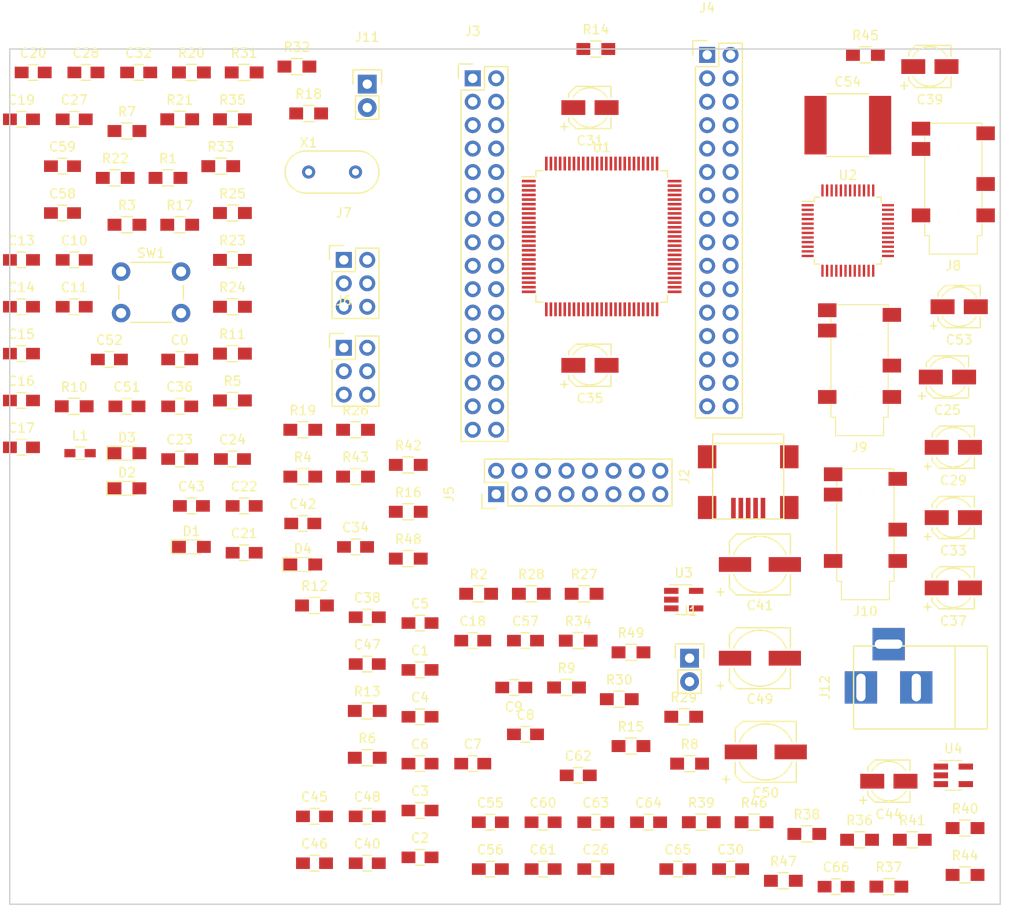
<source format=kicad_pcb>
(kicad_pcb (version 4) (host pcbnew 4.0.7)
  (layers (0 F.Cu signal) (31 B.Cu power) (35 F.Paste user) (37 F.SilkS user) (39 F.Mask user) (44 Edge.Cuts user))
  (net 0 "")
  (net 1 "Net-(C0-Pad1)")
  (net 2 GND)
  (net 3 "Net-(C1-Pad1)")
  (net 4 "Net-(C8-Pad1)")
  (net 5 "Net-(C9-Pad2)")
  (net 6 "Net-(C10-Pad1)")
  (net 7 "Net-(C11-Pad1)")
  (net 8 3V)
  (net 9 /Vda)
  (net 10 "Net-(C23-Pad2)")
  (net 11 3.3V)
  (net 12 "Net-(C29-Pad1)")
  (net 13 "Net-(C29-Pad2)")
  (net 14 "Net-(C31-Pad1)")
  (net 15 "Net-(C31-Pad2)")
  (net 16 "Net-(C33-Pad1)")
  (net 17 "Net-(C33-Pad2)")
  (net 18 "Net-(C35-Pad1)")
  (net 19 "Net-(C35-Pad2)")
  (net 20 "Net-(C37-Pad1)")
  (net 21 "Net-(C37-Pad2)")
  (net 22 "Net-(C38-Pad1)")
  (net 23 "Net-(C39-Pad1)")
  (net 24 "Net-(C39-Pad2)")
  (net 25 "Net-(C40-Pad2)")
  (net 26 "Net-(C41-Pad1)")
  (net 27 /codec/AFILTA)
  (net 28 /codec/AFILTB)
  (net 29 5V)
  (net 30 /codec/FILT1)
  (net 31 /codec/FILT2)
  (net 32 "Net-(C51-Pad1)")
  (net 33 "Net-(C52-Pad2)")
  (net 34 "Net-(C57-Pad1)")
  (net 35 "Net-(C62-Pad1)")
  (net 36 "Net-(D1-Pad2)")
  (net 37 "Net-(D2-Pad2)")
  (net 38 "Net-(D3-Pad2)")
  (net 39 "Net-(D4-Pad2)")
  (net 40 /SWCLK)
  (net 41 /SWDIO)
  (net 42 "Net-(J2-Pad1)")
  (net 43 "Net-(J2-Pad2)")
  (net 44 "Net-(J2-Pad3)")
  (net 45 "Net-(J2-Pad4)")
  (net 46 /PE0)
  (net 47 /PE1)
  (net 48 /PE2)
  (net 49 /PE3)
  (net 50 /PE4)
  (net 51 /PE5)
  (net 52 /PE6)
  (net 53 /PE7)
  (net 54 /PE8)
  (net 55 /PE9)
  (net 56 /PE10)
  (net 57 /PE11)
  (net 58 /PE12)
  (net 59 /PE13)
  (net 60 /PE14)
  (net 61 /PE15)
  (net 62 /PD0)
  (net 63 /PD1)
  (net 64 /PD2)
  (net 65 /PD3)
  (net 66 /PD4)
  (net 67 /PD5)
  (net 68 /PD6)
  (net 69 /PD7)
  (net 70 /PD8)
  (net 71 /PD9)
  (net 72 /PD10)
  (net 73 /PD11)
  (net 74 /PD12)
  (net 75 /PD13)
  (net 76 /PD14)
  (net 77 /PD15)
  (net 78 /PC11)
  (net 79 /PC10)
  (net 80 /PC12)
  (net 81 /PC13)
  (net 82 /PB14)
  (net 83 /PB10)
  (net 84 /PB9)
  (net 85 /PB8)
  (net 86 /ADC1_IN7)
  (net 87 /ADC1_IN10)
  (net 88 /ADC1_IN6)
  (net 89 /ADC1_IN11)
  (net 90 /ADC1_IN13)
  (net 91 /ADC1_IN14)
  (net 92 /ADC1_IN12)
  (net 93 /ADC1_IN15)
  (net 94 "Net-(J8-Pad1)")
  (net 95 "Net-(J8-Pad2)")
  (net 96 "Net-(J9-Pad1)")
  (net 97 "Net-(J9-Pad2)")
  (net 98 "Net-(J11-Pad1)")
  (net 99 "Net-(R1-Pad1)")
  (net 100 "Net-(R3-Pad1)")
  (net 101 /I2S3_WS)
  (net 102 "Net-(R5-Pad2)")
  (net 103 /SPI1_MOSI)
  (net 104 "Net-(R6-Pad2)")
  (net 105 /I2C3_SCL)
  (net 106 "Net-(R7-Pad2)")
  (net 107 "Net-(R8-Pad2)")
  (net 108 "Net-(R9-Pad2)")
  (net 109 /SPI1_NSS)
  (net 110 "Net-(R10-Pad2)")
  (net 111 "Net-(R11-Pad2)")
  (net 112 /SPI1_SCK)
  (net 113 "Net-(R12-Pad2)")
  (net 114 /SPI1_MISO)
  (net 115 "Net-(R13-Pad2)")
  (net 116 /I2S2_WS)
  (net 117 "Net-(R14-Pad2)")
  (net 118 /I2S2_CK)
  (net 119 "Net-(R15-Pad2)")
  (net 120 "Net-(R16-Pad1)")
  (net 121 /I2S2_MCK)
  (net 122 "Net-(R18-Pad2)")
  (net 123 /I2S3_MCK)
  (net 124 "Net-(R19-Pad2)")
  (net 125 /I2S3_CK)
  (net 126 "Net-(R20-Pad2)")
  (net 127 /I2S3_SD)
  (net 128 "Net-(R21-Pad2)")
  (net 129 "Net-(R22-Pad1)")
  (net 130 /PA0)
  (net 131 /PA1)
  (net 132 /PA2)
  (net 133 /PA3)
  (net 134 /USB_OTG_FS_ID)
  (net 135 /USB_OTG_FS_DM)
  (net 136 /USB_OTG_FS_DP)
  (net 137 /I2C1_SCL)
  (net 138 /I2C1_SDA)
  (net 139 /I2C3_SDA)
  (net 140 /I2C1_SMBA)
  (net 141 /I2S2_SD)
  (net 142 "Net-(R49-Pad2)")
  (net 143 /PB0)
  (net 144 /PB1)
  (net 145 /PB11)
  (net 146 /PC8)
  (net 147 /PA9)
  (net 148 "Net-(U2-Pad7)")
  (net 149 "Net-(U2-Pad8)")
  (net 150 "Net-(U2-Pad9)")
  (net 151 "Net-(U2-Pad10)")
  (net 152 "Net-(U2-Pad23)")
  (net 153 "Net-(U2-Pad24)")
  (net 154 "Net-(U2-Pad26)")
  (net 155 "Net-(U2-Pad27)")
  (net 156 "Net-(U2-Pad28)")
  (net 157 "Net-(U2-Pad29)")
  (net 158 "Net-(U2-Pad35)")
  (module Capacitors_SMD:C_0805_HandSoldering (layer F.Cu) (at 42.545 53.34)
    (fp_text reference C0 (at 0 -2.1) (layer F.SilkS))
    (fp_text value 100nF)
    (pad 1 smd rect (at -1.25 0) (size 1.5 1.25) (layers F.Cu F.Paste F.Mask) (net 1 "Net-(C0-Pad1)"))
    (pad 2 smd rect (at 1.25 0) (size 1.5 1.25) (layers F.Cu F.Paste F.Mask) (net 2 GND))
  )
  (module Capacitors_SMD:C_0805_HandSoldering (layer F.Cu) (at 68.58 86.995)
    (fp_text reference C1 (at 0 -2.1) (layer F.SilkS))
    (fp_text value 100n)
    (pad 1 smd rect (at -1.25 0) (size 1.5 1.25) (layers F.Cu F.Paste F.Mask) (net 3 "Net-(C1-Pad1)"))
    (pad 2 smd rect (at 1.25 0) (size 1.5 1.25) (layers F.Cu F.Paste F.Mask) (net 2 GND))
  )
  (module Capacitors_SMD:C_0805_HandSoldering (layer F.Cu) (at 68.58 107.315)
    (fp_text reference C2 (at 0 -2.1) (layer F.SilkS))
    (fp_text value 100n)
    (pad 1 smd rect (at -1.25 0) (size 1.5 1.25) (layers F.Cu F.Paste F.Mask) (net 3 "Net-(C1-Pad1)"))
    (pad 2 smd rect (at 1.25 0) (size 1.5 1.25) (layers F.Cu F.Paste F.Mask) (net 2 GND))
  )
  (module Capacitors_SMD:C_0805_HandSoldering (layer F.Cu) (at 68.58 102.235)
    (fp_text reference C3 (at 0 -2.1) (layer F.SilkS))
    (fp_text value 100n)
    (pad 1 smd rect (at -1.25 0) (size 1.5 1.25) (layers F.Cu F.Paste F.Mask) (net 3 "Net-(C1-Pad1)"))
    (pad 2 smd rect (at 1.25 0) (size 1.5 1.25) (layers F.Cu F.Paste F.Mask) (net 2 GND))
  )
  (module Capacitors_SMD:C_0805_HandSoldering (layer F.Cu) (at 68.58 92.075)
    (fp_text reference C4 (at 0 -2.1) (layer F.SilkS))
    (fp_text value 100n)
    (pad 1 smd rect (at -1.25 0) (size 1.5 1.25) (layers F.Cu F.Paste F.Mask) (net 3 "Net-(C1-Pad1)"))
    (pad 2 smd rect (at 1.25 0) (size 1.5 1.25) (layers F.Cu F.Paste F.Mask) (net 2 GND))
  )
  (module Capacitors_SMD:C_0805_HandSoldering (layer F.Cu) (at 68.58 81.915)
    (fp_text reference C5 (at 0 -2.1) (layer F.SilkS))
    (fp_text value 100n)
    (pad 1 smd rect (at -1.25 0) (size 1.5 1.25) (layers F.Cu F.Paste F.Mask) (net 3 "Net-(C1-Pad1)"))
    (pad 2 smd rect (at 1.25 0) (size 1.5 1.25) (layers F.Cu F.Paste F.Mask) (net 2 GND))
  )
  (module Capacitors_SMD:C_0805_HandSoldering (layer F.Cu) (at 68.58 97.155)
    (fp_text reference C6 (at 0 -2.1) (layer F.SilkS))
    (fp_text value 100n)
    (pad 1 smd rect (at -1.25 0) (size 1.5 1.25) (layers F.Cu F.Paste F.Mask) (net 3 "Net-(C1-Pad1)"))
    (pad 2 smd rect (at 1.25 0) (size 1.5 1.25) (layers F.Cu F.Paste F.Mask) (net 2 GND))
  )
  (module Capacitors_SMD:C_0805_HandSoldering (layer F.Cu) (at 74.295 97.155)
    (fp_text reference C7 (at 0 -2.1) (layer F.SilkS))
    (fp_text value 1u)
    (pad 1 smd rect (at -1.25 0) (size 1.5 1.25) (layers F.Cu F.Paste F.Mask) (net 3 "Net-(C1-Pad1)"))
    (pad 2 smd rect (at 1.25 0) (size 1.5 1.25) (layers F.Cu F.Paste F.Mask) (net 2 GND))
  )
  (module Capacitors_SMD:C_0805_HandSoldering (layer F.Cu) (at 80.01 93.98)
    (fp_text reference C8 (at 0 -2.1) (layer F.SilkS))
    (fp_text value 2.2u)
    (pad 1 smd rect (at -1.25 0) (size 1.5 1.25) (layers F.Cu F.Paste F.Mask) (net 4 "Net-(C8-Pad1)"))
    (pad 2 smd rect (at 1.25 0) (size 1.5 1.25) (layers F.Cu F.Paste F.Mask) (net 2 GND))
  )
  (module Capacitors_SMD:C_0805_HandSoldering (layer F.Cu) (at 78.74 88.9 180)
    (fp_text reference C9 (at 0 -2.1 180) (layer F.SilkS))
    (fp_text value 2.2u)
    (pad 1 smd rect (at -1.25 0 180) (size 1.5 1.25) (layers F.Cu F.Paste F.Mask) (net 2 GND))
    (pad 2 smd rect (at 1.25 0 180) (size 1.5 1.25) (layers F.Cu F.Paste F.Mask) (net 5 "Net-(C9-Pad2)"))
  )
  (module Capacitors_SMD:C_0805_HandSoldering (layer F.Cu) (at 31.115 42.545)
    (fp_text reference C10 (at 0 -2.1) (layer F.SilkS))
    (fp_text value 20pF)
    (pad 1 smd rect (at -1.25 0) (size 1.5 1.25) (layers F.Cu F.Paste F.Mask) (net 6 "Net-(C10-Pad1)"))
    (pad 2 smd rect (at 1.25 0) (size 1.5 1.25) (layers F.Cu F.Paste F.Mask) (net 2 GND))
  )
  (module Capacitors_SMD:C_0805_HandSoldering (layer F.Cu) (at 31.115 47.625)
    (fp_text reference C11 (at 0 -2.1) (layer F.SilkS))
    (fp_text value 20pF)
    (pad 1 smd rect (at -1.25 0) (size 1.5 1.25) (layers F.Cu F.Paste F.Mask) (net 7 "Net-(C11-Pad1)"))
    (pad 2 smd rect (at 1.25 0) (size 1.5 1.25) (layers F.Cu F.Paste F.Mask) (net 2 GND))
  )
  (module Capacitors_SMD:C_0805_HandSoldering (layer F.Cu) (at 25.4 42.545)
    (fp_text reference C13 (at 0 -2.1) (layer F.SilkS))
    (fp_text value 100n)
    (pad 1 smd rect (at -1.25 0) (size 1.5 1.25) (layers F.Cu F.Paste F.Mask) (net 2 GND))
    (pad 2 smd rect (at 1.25 0) (size 1.5 1.25) (layers F.Cu F.Paste F.Mask) (net 8 3V))
  )
  (module Capacitors_SMD:C_0805_HandSoldering (layer F.Cu) (at 25.4 47.625)
    (fp_text reference C14 (at 0 -2.1) (layer F.SilkS))
    (fp_text value 100n)
    (pad 1 smd rect (at -1.25 0) (size 1.5 1.25) (layers F.Cu F.Paste F.Mask) (net 2 GND))
    (pad 2 smd rect (at 1.25 0) (size 1.5 1.25) (layers F.Cu F.Paste F.Mask) (net 8 3V))
  )
  (module Capacitors_SMD:C_0805_HandSoldering (layer F.Cu) (at 25.4 52.705)
    (fp_text reference C15 (at 0 -2.1) (layer F.SilkS))
    (fp_text value 100n)
    (pad 1 smd rect (at -1.25 0) (size 1.5 1.25) (layers F.Cu F.Paste F.Mask) (net 2 GND))
    (pad 2 smd rect (at 1.25 0) (size 1.5 1.25) (layers F.Cu F.Paste F.Mask) (net 8 3V))
  )
  (module Capacitors_SMD:C_0805_HandSoldering (layer F.Cu) (at 25.4 57.785)
    (fp_text reference C16 (at 0 -2.1) (layer F.SilkS))
    (fp_text value 100n)
    (pad 1 smd rect (at -1.25 0) (size 1.5 1.25) (layers F.Cu F.Paste F.Mask) (net 2 GND))
    (pad 2 smd rect (at 1.25 0) (size 1.5 1.25) (layers F.Cu F.Paste F.Mask) (net 8 3V))
  )
  (module Capacitors_SMD:C_0805_HandSoldering (layer F.Cu) (at 25.4 62.865)
    (fp_text reference C17 (at 0 -2.1) (layer F.SilkS))
    (fp_text value 100n)
    (pad 1 smd rect (at -1.25 0) (size 1.5 1.25) (layers F.Cu F.Paste F.Mask) (net 2 GND))
    (pad 2 smd rect (at 1.25 0) (size 1.5 1.25) (layers F.Cu F.Paste F.Mask) (net 8 3V))
  )
  (module Capacitors_SMD:C_0805_HandSoldering (layer F.Cu) (at 74.295 83.82)
    (fp_text reference C18 (at 0 -2.1) (layer F.SilkS))
    (fp_text value 100n)
    (pad 1 smd rect (at -1.25 0) (size 1.5 1.25) (layers F.Cu F.Paste F.Mask) (net 2 GND))
    (pad 2 smd rect (at 1.25 0) (size 1.5 1.25) (layers F.Cu F.Paste F.Mask) (net 8 3V))
  )
  (module Capacitors_SMD:C_0805_HandSoldering (layer F.Cu) (at 25.4 27.305)
    (fp_text reference C19 (at 0 -2.1) (layer F.SilkS))
    (fp_text value 100n)
    (pad 1 smd rect (at -1.25 0) (size 1.5 1.25) (layers F.Cu F.Paste F.Mask) (net 2 GND))
    (pad 2 smd rect (at 1.25 0) (size 1.5 1.25) (layers F.Cu F.Paste F.Mask) (net 8 3V))
  )
  (module Capacitors_SMD:C_0805_HandSoldering (layer F.Cu) (at 26.67 22.225)
    (fp_text reference C20 (at 0 -2.1) (layer F.SilkS))
    (fp_text value 1uF)
    (pad 1 smd rect (at -1.25 0) (size 1.5 1.25) (layers F.Cu F.Paste F.Mask) (net 2 GND))
    (pad 2 smd rect (at 1.25 0) (size 1.5 1.25) (layers F.Cu F.Paste F.Mask) (net 8 3V))
  )
  (module Capacitors_SMD:C_0805_HandSoldering (layer F.Cu) (at 49.53 74.295)
    (fp_text reference C21 (at 0 -2.1) (layer F.SilkS))
    (fp_text value 100n)
    (pad 1 smd rect (at -1.25 0) (size 1.5 1.25) (layers F.Cu F.Paste F.Mask) (net 9 /Vda))
    (pad 2 smd rect (at 1.25 0) (size 1.5 1.25) (layers F.Cu F.Paste F.Mask) (net 2 GND))
  )
  (module Capacitors_SMD:C_0805_HandSoldering (layer F.Cu) (at 49.53 69.215)
    (fp_text reference C22 (at 0 -2.1) (layer F.SilkS))
    (fp_text value 1uF)
    (pad 1 smd rect (at -1.25 0) (size 1.5 1.25) (layers F.Cu F.Paste F.Mask) (net 9 /Vda))
    (pad 2 smd rect (at 1.25 0) (size 1.5 1.25) (layers F.Cu F.Paste F.Mask) (net 2 GND))
  )
  (module Capacitors_SMD:C_0805_HandSoldering (layer F.Cu) (at 42.545 64.135)
    (fp_text reference C23 (at 0 -2.1) (layer F.SilkS))
    (fp_text value 100n)
    (pad 1 smd rect (at -1.25 0) (size 1.5 1.25) (layers F.Cu F.Paste F.Mask) (net 2 GND))
    (pad 2 smd rect (at 1.25 0) (size 1.5 1.25) (layers F.Cu F.Paste F.Mask) (net 10 "Net-(C23-Pad2)"))
  )
  (module Capacitors_SMD:C_0805_HandSoldering (layer F.Cu) (at 48.26 64.135)
    (fp_text reference C24 (at 0 -2.1) (layer F.SilkS))
    (fp_text value 1uF)
    (pad 1 smd rect (at -1.25 0) (size 1.5 1.25) (layers F.Cu F.Paste F.Mask) (net 10 "Net-(C23-Pad2)"))
    (pad 2 smd rect (at 1.25 0) (size 1.5 1.25) (layers F.Cu F.Paste F.Mask) (net 2 GND))
  )
  (module Capacitors_SMD:c_elec_4x4.5 (layer F.Cu) (at 125.73 55.245)
    (fp_text reference C25 (at 0 3.5814 180) (layer F.SilkS))
    (fp_text value 10uF)
    (fp_text user + (at -2.7813 1.9939 180) (layer F.SilkS))
    (pad 1 smd rect (at -1.8 0 180) (size 2.6 1.6) (layers F.Cu F.Paste F.Mask) (net 11 3.3V))
    (pad 2 smd rect (at 1.8 0 180) (size 2.6 1.6) (layers F.Cu F.Paste F.Mask) (net 2 GND))
  )
  (module Capacitors_SMD:C_0805_HandSoldering (layer F.Cu) (at 87.63 108.585)
    (fp_text reference C26 (at 0 -2.1) (layer F.SilkS))
    (fp_text value 0.1uF)
    (pad 1 smd rect (at -1.25 0) (size 1.5 1.25) (layers F.Cu F.Paste F.Mask) (net 11 3.3V))
    (pad 2 smd rect (at 1.25 0) (size 1.5 1.25) (layers F.Cu F.Paste F.Mask) (net 2 GND))
  )
  (module Capacitors_SMD:C_0805_HandSoldering (layer F.Cu) (at 31.115 27.305)
    (fp_text reference C27 (at 0 -2.1) (layer F.SilkS))
    (fp_text value 0.1uF)
    (pad 1 smd rect (at -1.25 0) (size 1.5 1.25) (layers F.Cu F.Paste F.Mask) (net 8 3V))
    (pad 2 smd rect (at 1.25 0) (size 1.5 1.25) (layers F.Cu F.Paste F.Mask) (net 2 GND))
  )
  (module Capacitors_SMD:C_0805_HandSoldering (layer F.Cu) (at 32.385 22.225)
    (fp_text reference C28 (at 0 -2.1) (layer F.SilkS))
    (fp_text value 0.1uF)
    (pad 1 smd rect (at -1.25 0) (size 1.5 1.25) (layers F.Cu F.Paste F.Mask) (net 8 3V))
    (pad 2 smd rect (at 1.25 0) (size 1.5 1.25) (layers F.Cu F.Paste F.Mask) (net 2 GND))
  )
  (module Capacitors_SMD:c_elec_4x4.5 (layer F.Cu) (at 126.365 62.865)
    (fp_text reference C29 (at 0 3.5814 180) (layer F.SilkS))
    (fp_text value 10uF)
    (fp_text user + (at -2.7813 1.9939 180) (layer F.SilkS))
    (pad 1 smd rect (at -1.8 0 180) (size 2.6 1.6) (layers F.Cu F.Paste F.Mask) (net 12 "Net-(C29-Pad1)"))
    (pad 2 smd rect (at 1.8 0 180) (size 2.6 1.6) (layers F.Cu F.Paste F.Mask) (net 13 "Net-(C29-Pad2)"))
  )
  (module Capacitors_SMD:C_0805_HandSoldering (layer F.Cu) (at 102.235 108.585)
    (fp_text reference C30 (at 0 -2.1) (layer F.SilkS))
    (fp_text value 1.8nF)
    (pad 1 smd rect (at -1.25 0) (size 1.5 1.25) (layers F.Cu F.Paste F.Mask) (net 2 GND))
    (pad 2 smd rect (at 1.25 0) (size 1.5 1.25) (layers F.Cu F.Paste F.Mask) (net 12 "Net-(C29-Pad1)"))
  )
  (module Capacitors_SMD:c_elec_4x4.5 (layer F.Cu) (at 86.995 26.035)
    (fp_text reference C31 (at 0 3.5814 180) (layer F.SilkS))
    (fp_text value 10uF)
    (fp_text user + (at -2.7813 1.9939 180) (layer F.SilkS))
    (pad 1 smd rect (at -1.8 0 180) (size 2.6 1.6) (layers F.Cu F.Paste F.Mask) (net 14 "Net-(C31-Pad1)"))
    (pad 2 smd rect (at 1.8 0 180) (size 2.6 1.6) (layers F.Cu F.Paste F.Mask) (net 15 "Net-(C31-Pad2)"))
  )
  (module Capacitors_SMD:C_0805_HandSoldering (layer F.Cu) (at 38.1 22.225)
    (fp_text reference C32 (at 0 -2.1) (layer F.SilkS))
    (fp_text value 1.8nF)
    (pad 1 smd rect (at -1.25 0) (size 1.5 1.25) (layers F.Cu F.Paste F.Mask) (net 2 GND))
    (pad 2 smd rect (at 1.25 0) (size 1.5 1.25) (layers F.Cu F.Paste F.Mask) (net 14 "Net-(C31-Pad1)"))
  )
  (module Capacitors_SMD:c_elec_4x4.5 (layer F.Cu) (at 126.365 70.485)
    (fp_text reference C33 (at 0 3.5814 180) (layer F.SilkS))
    (fp_text value 10uF)
    (fp_text user + (at -2.7813 1.9939 180) (layer F.SilkS))
    (pad 1 smd rect (at -1.8 0 180) (size 2.6 1.6) (layers F.Cu F.Paste F.Mask) (net 16 "Net-(C33-Pad1)"))
    (pad 2 smd rect (at 1.8 0 180) (size 2.6 1.6) (layers F.Cu F.Paste F.Mask) (net 17 "Net-(C33-Pad2)"))
  )
  (module Capacitors_SMD:C_0805_HandSoldering (layer F.Cu) (at 61.595 73.66)
    (fp_text reference C34 (at 0 -2.1) (layer F.SilkS))
    (fp_text value 1.8nF)
    (pad 1 smd rect (at -1.25 0) (size 1.5 1.25) (layers F.Cu F.Paste F.Mask) (net 2 GND))
    (pad 2 smd rect (at 1.25 0) (size 1.5 1.25) (layers F.Cu F.Paste F.Mask) (net 16 "Net-(C33-Pad1)"))
  )
  (module Capacitors_SMD:c_elec_4x4.5 (layer F.Cu) (at 86.995 53.975)
    (fp_text reference C35 (at 0 3.5814 180) (layer F.SilkS))
    (fp_text value 10uF)
    (fp_text user + (at -2.7813 1.9939 180) (layer F.SilkS))
    (pad 1 smd rect (at -1.8 0 180) (size 2.6 1.6) (layers F.Cu F.Paste F.Mask) (net 18 "Net-(C35-Pad1)"))
    (pad 2 smd rect (at 1.8 0 180) (size 2.6 1.6) (layers F.Cu F.Paste F.Mask) (net 19 "Net-(C35-Pad2)"))
  )
  (module Capacitors_SMD:C_0805_HandSoldering (layer F.Cu) (at 42.545 58.42)
    (fp_text reference C36 (at 0 -2.1) (layer F.SilkS))
    (fp_text value 1.8nF)
    (pad 1 smd rect (at -1.25 0) (size 1.5 1.25) (layers F.Cu F.Paste F.Mask) (net 18 "Net-(C35-Pad1)"))
    (pad 2 smd rect (at 1.25 0) (size 1.5 1.25) (layers F.Cu F.Paste F.Mask) (net 2 GND))
  )
  (module Capacitors_SMD:c_elec_4x4.5 (layer F.Cu) (at 126.365 78.105)
    (fp_text reference C37 (at 0 3.5814 180) (layer F.SilkS))
    (fp_text value 3.3uF)
    (fp_text user + (at -2.7813 1.9939 180) (layer F.SilkS))
    (pad 1 smd rect (at -1.8 0 180) (size 2.6 1.6) (layers F.Cu F.Paste F.Mask) (net 20 "Net-(C37-Pad1)"))
    (pad 2 smd rect (at 1.8 0 180) (size 2.6 1.6) (layers F.Cu F.Paste F.Mask) (net 21 "Net-(C37-Pad2)"))
  )
  (module Capacitors_SMD:C_0805_HandSoldering (layer F.Cu) (at 62.865 81.28)
    (fp_text reference C38 (at 0 -2.1) (layer F.SilkS))
    (fp_text value C)
    (pad 1 smd rect (at -1.25 0) (size 1.5 1.25) (layers F.Cu F.Paste F.Mask) (net 22 "Net-(C38-Pad1)"))
    (pad 2 smd rect (at 1.25 0) (size 1.5 1.25) (layers F.Cu F.Paste F.Mask) (net 2 GND))
  )
  (module Capacitors_SMD:c_elec_4x4.5 (layer F.Cu) (at 123.825 21.59)
    (fp_text reference C39 (at 0 3.5814 180) (layer F.SilkS))
    (fp_text value 3.3uF)
    (fp_text user + (at -2.7813 1.9939 180) (layer F.SilkS))
    (pad 1 smd rect (at -1.8 0 180) (size 2.6 1.6) (layers F.Cu F.Paste F.Mask) (net 23 "Net-(C39-Pad1)"))
    (pad 2 smd rect (at 1.8 0 180) (size 2.6 1.6) (layers F.Cu F.Paste F.Mask) (net 24 "Net-(C39-Pad2)"))
  )
  (module Capacitors_SMD:C_0805_HandSoldering (layer F.Cu) (at 62.865 107.95)
    (fp_text reference C40 (at 0 -2.1) (layer F.SilkS))
    (fp_text value C)
    (pad 1 smd rect (at -1.25 0) (size 1.5 1.25) (layers F.Cu F.Paste F.Mask) (net 2 GND))
    (pad 2 smd rect (at 1.25 0) (size 1.5 1.25) (layers F.Cu F.Paste F.Mask) (net 25 "Net-(C40-Pad2)"))
  )
  (module Capacitors_SMD:c_elec_6.3x7.7 (layer F.Cu) (at 105.41 75.565)
    (fp_text reference C41 (at 0 4.4323) (layer F.SilkS))
    (fp_text value 47uF)
    (fp_text user + (at -4.2799 2.9083) (layer F.SilkS))
    (pad 1 smd rect (at -2.7 0 180) (size 3.5 1.6) (layers F.Cu F.Paste F.Mask) (net 26 "Net-(C41-Pad1)"))
    (pad 2 smd rect (at 2.7 0 180) (size 3.5 1.6) (layers F.Cu F.Paste F.Mask) (net 2 GND))
  )
  (module Capacitors_SMD:C_0805_HandSoldering (layer F.Cu) (at 55.88 71.12)
    (fp_text reference C42 (at 0 -2.1) (layer F.SilkS))
    (fp_text value 2.2nF)
    (pad 1 smd rect (at -1.25 0) (size 1.5 1.25) (layers F.Cu F.Paste F.Mask) (net 2 GND))
    (pad 2 smd rect (at 1.25 0) (size 1.5 1.25) (layers F.Cu F.Paste F.Mask) (net 27 /codec/AFILTA))
  )
  (module Capacitors_SMD:C_0805_HandSoldering (layer F.Cu) (at 43.815 69.215)
    (fp_text reference C43 (at 0 -2.1) (layer F.SilkS))
    (fp_text value 2.2nF)
    (pad 1 smd rect (at -1.25 0) (size 1.5 1.25) (layers F.Cu F.Paste F.Mask) (net 2 GND))
    (pad 2 smd rect (at 1.25 0) (size 1.5 1.25) (layers F.Cu F.Paste F.Mask) (net 28 /codec/AFILTB))
  )
  (module Capacitors_SMD:c_elec_4x4.5 (layer F.Cu) (at 119.38 99.06)
    (fp_text reference C44 (at 0 3.5814 180) (layer F.SilkS))
    (fp_text value 10uF)
    (fp_text user + (at -2.7813 1.9939 180) (layer F.SilkS))
    (pad 1 smd rect (at -1.8 0 180) (size 2.6 1.6) (layers F.Cu F.Paste F.Mask) (net 29 5V))
    (pad 2 smd rect (at 1.8 0 180) (size 2.6 1.6) (layers F.Cu F.Paste F.Mask) (net 2 GND))
  )
  (module Capacitors_SMD:C_0805_HandSoldering (layer F.Cu) (at 57.15 102.87)
    (fp_text reference C45 (at 0 -2.1) (layer F.SilkS))
    (fp_text value 0.1uF)
    (pad 1 smd rect (at -1.25 0) (size 1.5 1.25) (layers F.Cu F.Paste F.Mask) (net 29 5V))
    (pad 2 smd rect (at 1.25 0) (size 1.5 1.25) (layers F.Cu F.Paste F.Mask) (net 2 GND))
  )
  (module Capacitors_SMD:C_0805_HandSoldering (layer F.Cu) (at 57.15 107.95)
    (fp_text reference C46 (at 0 -2.1) (layer F.SilkS))
    (fp_text value 0.1uF)
    (pad 1 smd rect (at -1.25 0) (size 1.5 1.25) (layers F.Cu F.Paste F.Mask) (net 29 5V))
    (pad 2 smd rect (at 1.25 0) (size 1.5 1.25) (layers F.Cu F.Paste F.Mask) (net 2 GND))
  )
  (module Capacitors_SMD:C_0805_HandSoldering (layer F.Cu) (at 62.865 86.36)
    (fp_text reference C47 (at 0 -2.1) (layer F.SilkS))
    (fp_text value 0.1uF)
    (pad 1 smd rect (at -1.25 0) (size 1.5 1.25) (layers F.Cu F.Paste F.Mask) (net 30 /codec/FILT1))
    (pad 2 smd rect (at 1.25 0) (size 1.5 1.25) (layers F.Cu F.Paste F.Mask) (net 2 GND))
  )
  (module Capacitors_SMD:C_0805_HandSoldering (layer F.Cu) (at 62.865 102.87)
    (fp_text reference C48 (at 0 -2.1) (layer F.SilkS))
    (fp_text value 0.1uF)
    (pad 1 smd rect (at -1.25 0) (size 1.5 1.25) (layers F.Cu F.Paste F.Mask) (net 2 GND))
    (pad 2 smd rect (at 1.25 0) (size 1.5 1.25) (layers F.Cu F.Paste F.Mask) (net 31 /codec/FILT2))
  )
  (module Capacitors_SMD:c_elec_6.3x7.7 (layer F.Cu) (at 105.41 85.725)
    (fp_text reference C49 (at 0 4.4323) (layer F.SilkS))
    (fp_text value 47uF)
    (fp_text user + (at -4.2799 2.9083) (layer F.SilkS))
    (pad 1 smd rect (at -2.7 0 180) (size 3.5 1.6) (layers F.Cu F.Paste F.Mask) (net 30 /codec/FILT1))
    (pad 2 smd rect (at 2.7 0 180) (size 3.5 1.6) (layers F.Cu F.Paste F.Mask) (net 2 GND))
  )
  (module Capacitors_SMD:c_elec_6.3x7.7 (layer F.Cu) (at 106.045 95.885)
    (fp_text reference C50 (at 0 4.4323) (layer F.SilkS))
    (fp_text value 47uF)
    (fp_text user + (at -4.2799 2.9083) (layer F.SilkS))
    (pad 1 smd rect (at -2.7 0 180) (size 3.5 1.6) (layers F.Cu F.Paste F.Mask) (net 31 /codec/FILT2))
    (pad 2 smd rect (at 2.7 0 180) (size 3.5 1.6) (layers F.Cu F.Paste F.Mask) (net 2 GND))
  )
  (module Capacitors_SMD:C_0805_HandSoldering (layer F.Cu) (at 36.83 58.42)
    (fp_text reference C51 (at 0 -2.1) (layer F.SilkS))
    (fp_text value 0.1uF)
    (pad 1 smd rect (at -1.25 0) (size 1.5 1.25) (layers F.Cu F.Paste F.Mask) (net 32 "Net-(C51-Pad1)"))
    (pad 2 smd rect (at 1.25 0) (size 1.5 1.25) (layers F.Cu F.Paste F.Mask) (net 2 GND))
  )
  (module Capacitors_SMD:C_0805_HandSoldering (layer F.Cu) (at 34.925 53.34)
    (fp_text reference C52 (at 0 -2.1) (layer F.SilkS))
    (fp_text value 0.1uF)
    (pad 1 smd rect (at -1.25 0) (size 1.5 1.25) (layers F.Cu F.Paste F.Mask) (net 2 GND))
    (pad 2 smd rect (at 1.25 0) (size 1.5 1.25) (layers F.Cu F.Paste F.Mask) (net 33 "Net-(C52-Pad2)"))
  )
  (module Capacitors_SMD:c_elec_4x4.5 (layer F.Cu) (at 127 47.625)
    (fp_text reference C53 (at 0 3.5814 180) (layer F.SilkS))
    (fp_text value 10uF)
    (fp_text user + (at -2.7813 1.9939 180) (layer F.SilkS))
    (pad 1 smd rect (at -1.8 0 180) (size 2.6 1.6) (layers F.Cu F.Paste F.Mask) (net 32 "Net-(C51-Pad1)"))
    (pad 2 smd rect (at 1.8 0 180) (size 2.6 1.6) (layers F.Cu F.Paste F.Mask) (net 2 GND))
  )
  (module Capacitors_SMD:C_2225_HandSoldering (layer F.Cu) (at 114.935 27.94)
    (fp_text reference C54 (at 0 -4.7) (layer F.SilkS))
    (fp_text value 10uF)
    (pad 1 smd rect (at -3.5 0) (size 2.4 6.35) (layers F.Cu F.Paste F.Mask) (net 33 "Net-(C52-Pad2)"))
    (pad 2 smd rect (at 3.5 0) (size 2.4 6.35) (layers F.Cu F.Paste F.Mask) (net 2 GND))
  )
  (module Capacitors_SMD:C_0805_HandSoldering (layer F.Cu) (at 76.2 103.505)
    (fp_text reference C55 (at 0 -2.1) (layer F.SilkS))
    (fp_text value 1uF)
    (pad 1 smd rect (at -1.25 0) (size 1.5 1.25) (layers F.Cu F.Paste F.Mask) (net 29 5V))
    (pad 2 smd rect (at 1.25 0) (size 1.5 1.25) (layers F.Cu F.Paste F.Mask) (net 2 GND))
  )
  (module Capacitors_SMD:C_0805_HandSoldering (layer F.Cu) (at 76.2 108.585)
    (fp_text reference C56 (at 0 -2.1) (layer F.SilkS))
    (fp_text value 100nF)
    (pad 1 smd rect (at -1.25 0) (size 1.5 1.25) (layers F.Cu F.Paste F.Mask) (net 29 5V))
    (pad 2 smd rect (at 1.25 0) (size 1.5 1.25) (layers F.Cu F.Paste F.Mask) (net 2 GND))
  )
  (module Capacitors_SMD:C_0805_HandSoldering (layer F.Cu) (at 80.01 83.82)
    (fp_text reference C57 (at 0 -2.1) (layer F.SilkS))
    (fp_text value 10nF)
    (pad 1 smd rect (at -1.25 0) (size 1.5 1.25) (layers F.Cu F.Paste F.Mask) (net 34 "Net-(C57-Pad1)"))
    (pad 2 smd rect (at 1.25 0) (size 1.5 1.25) (layers F.Cu F.Paste F.Mask) (net 2 GND))
  )
  (module Capacitors_SMD:C_0805_HandSoldering (layer F.Cu) (at 29.845 37.465)
    (fp_text reference C58 (at 0 -2.1) (layer F.SilkS))
    (fp_text value 1uF)
    (pad 1 smd rect (at -1.25 0) (size 1.5 1.25) (layers F.Cu F.Paste F.Mask) (net 8 3V))
    (pad 2 smd rect (at 1.25 0) (size 1.5 1.25) (layers F.Cu F.Paste F.Mask) (net 2 GND))
  )
  (module Capacitors_SMD:C_0805_HandSoldering (layer F.Cu) (at 29.845 32.385)
    (fp_text reference C59 (at 0 -2.1) (layer F.SilkS))
    (fp_text value 100nF)
    (pad 1 smd rect (at -1.25 0) (size 1.5 1.25) (layers F.Cu F.Paste F.Mask) (net 8 3V))
    (pad 2 smd rect (at 1.25 0) (size 1.5 1.25) (layers F.Cu F.Paste F.Mask) (net 2 GND))
  )
  (module Capacitors_SMD:C_0805_HandSoldering (layer F.Cu) (at 81.915 103.505)
    (fp_text reference C60 (at 0 -2.1) (layer F.SilkS))
    (fp_text value 1uF)
    (pad 1 smd rect (at -1.25 0) (size 1.5 1.25) (layers F.Cu F.Paste F.Mask) (net 29 5V))
    (pad 2 smd rect (at 1.25 0) (size 1.5 1.25) (layers F.Cu F.Paste F.Mask) (net 2 GND))
  )
  (module Capacitors_SMD:C_0805_HandSoldering (layer F.Cu) (at 81.915 108.585)
    (fp_text reference C61 (at 0 -2.1) (layer F.SilkS))
    (fp_text value 100nF)
    (pad 1 smd rect (at -1.25 0) (size 1.5 1.25) (layers F.Cu F.Paste F.Mask) (net 29 5V))
    (pad 2 smd rect (at 1.25 0) (size 1.5 1.25) (layers F.Cu F.Paste F.Mask) (net 2 GND))
  )
  (module Capacitors_SMD:C_0805_HandSoldering (layer F.Cu) (at 85.725 98.425)
    (fp_text reference C62 (at 0 -2.1) (layer F.SilkS))
    (fp_text value 10nF)
    (pad 1 smd rect (at -1.25 0) (size 1.5 1.25) (layers F.Cu F.Paste F.Mask) (net 35 "Net-(C62-Pad1)"))
    (pad 2 smd rect (at 1.25 0) (size 1.5 1.25) (layers F.Cu F.Paste F.Mask) (net 2 GND))
  )
  (module Capacitors_SMD:C_0805_HandSoldering (layer F.Cu) (at 87.63 103.505)
    (fp_text reference C63 (at 0 -2.1) (layer F.SilkS))
    (fp_text value 1uF)
    (pad 1 smd rect (at -1.25 0) (size 1.5 1.25) (layers F.Cu F.Paste F.Mask) (net 11 3.3V))
    (pad 2 smd rect (at 1.25 0) (size 1.5 1.25) (layers F.Cu F.Paste F.Mask) (net 2 GND))
  )
  (module Capacitors_SMD:C_0805_HandSoldering (layer F.Cu) (at 93.345 103.505)
    (fp_text reference C64 (at 0 -2.1) (layer F.SilkS))
    (fp_text value 100nF)
    (pad 1 smd rect (at -1.25 0) (size 1.5 1.25) (layers F.Cu F.Paste F.Mask) (net 11 3.3V))
    (pad 2 smd rect (at 1.25 0) (size 1.5 1.25) (layers F.Cu F.Paste F.Mask) (net 2 GND))
  )
  (module Capacitors_SMD:C_0805_HandSoldering (layer F.Cu) (at 96.52 108.585)
    (fp_text reference C65 (at 0 -2.1) (layer F.SilkS))
    (fp_text value 1uF)
    (pad 1 smd rect (at -1.25 0) (size 1.5 1.25) (layers F.Cu F.Paste F.Mask) (net 29 5V))
    (pad 2 smd rect (at 1.25 0) (size 1.5 1.25) (layers F.Cu F.Paste F.Mask) (net 2 GND))
  )
  (module Capacitors_SMD:C_0805_HandSoldering (layer F.Cu) (at 113.665 110.49)
    (fp_text reference C66 (at 0 -2.1) (layer F.SilkS))
    (fp_text value 100nF)
    (pad 1 smd rect (at -1.25 0) (size 1.5 1.25) (layers F.Cu F.Paste F.Mask) (net 29 5V))
    (pad 2 smd rect (at 1.25 0) (size 1.5 1.25) (layers F.Cu F.Paste F.Mask) (net 2 GND))
  )
  (module LEDs:LED_0805_HandSoldering (layer F.Cu) (at 43.815 73.66)
    (fp_text reference D1 (at 0 -1.7) (layer F.SilkS))
    (fp_text value LED)
    (pad 1 smd rect (at -1.35 0) (size 1.5 1.3) (layers F.Cu F.Paste F.Mask) (net 2 GND))
    (pad 2 smd rect (at 1.35 0) (size 1.5 1.3) (layers F.Cu F.Paste F.Mask) (net 36 "Net-(D1-Pad2)"))
  )
  (module LEDs:LED_0805_HandSoldering (layer F.Cu) (at 36.83 67.31)
    (fp_text reference D2 (at 0 -1.7) (layer F.SilkS))
    (fp_text value LED)
    (pad 1 smd rect (at -1.35 0) (size 1.5 1.3) (layers F.Cu F.Paste F.Mask) (net 2 GND))
    (pad 2 smd rect (at 1.35 0) (size 1.5 1.3) (layers F.Cu F.Paste F.Mask) (net 37 "Net-(D2-Pad2)"))
  )
  (module LEDs:LED_0805_HandSoldering (layer F.Cu) (at 36.83 63.5)
    (fp_text reference D3 (at 0 -1.7) (layer F.SilkS))
    (fp_text value LED)
    (pad 1 smd rect (at -1.35 0) (size 1.5 1.3) (layers F.Cu F.Paste F.Mask) (net 2 GND))
    (pad 2 smd rect (at 1.35 0) (size 1.5 1.3) (layers F.Cu F.Paste F.Mask) (net 38 "Net-(D3-Pad2)"))
  )
  (module LEDs:LED_0805_HandSoldering (layer F.Cu) (at 55.88 75.565)
    (fp_text reference D4 (at 0 -1.7) (layer F.SilkS))
    (fp_text value LED)
    (pad 1 smd rect (at -1.35 0) (size 1.5 1.3) (layers F.Cu F.Paste F.Mask) (net 2 GND))
    (pad 2 smd rect (at 1.35 0) (size 1.5 1.3) (layers F.Cu F.Paste F.Mask) (net 39 "Net-(D4-Pad2)"))
  )
  (module Pin_Headers:Pin_Header_Straight_1x02 (layer F.Cu) (at 97.79 85.725)
    (fp_text reference J1 (at 0 -5.1) (layer F.SilkS))
    (fp_text value "SW DBG")
    (pad 1 thru_hole rect (at 0 0) (size 2.032 2.032) (drill 1.016) (layers *.Cu *.Mask) (net 40 /SWCLK))
    (pad 2 thru_hole oval (at 0 2.54) (size 2.032 2.032) (drill 1.016) (layers *.Cu *.Mask) (net 41 /SWDIO))
  )
  (module Connectors:USB_Mini-B (layer F.Cu) (at 104.14 66.04 270)
    (fp_text reference J2 (at 0 6.90118 270) (layer F.SilkS))
    (fp_text value USB_OTG)
    (pad 1 smd rect (at 3.44932 -1.6002 270) (size 2.30124 0.50038) (layers F.Cu F.Paste F.Mask) (net 42 "Net-(J2-Pad1)"))
    (pad 2 smd rect (at 3.44932 -0.8001 270) (size 2.30124 0.50038) (layers F.Cu F.Paste F.Mask) (net 43 "Net-(J2-Pad2)"))
    (pad 3 smd rect (at 3.44932 0 270) (size 2.30124 0.50038) (layers F.Cu F.Paste F.Mask) (net 44 "Net-(J2-Pad3)"))
    (pad 4 smd rect (at 3.44932 0.8001 270) (size 2.30124 0.50038) (layers F.Cu F.Paste F.Mask) (net 45 "Net-(J2-Pad4)"))
    (pad 5 smd rect (at 3.44932 1.6002 270) (size 2.30124 0.50038) (layers F.Cu F.Paste F.Mask) (net 2 GND))
    (pad 6 smd rect (at 3.35026 -4.45008 270) (size 2.49936 1.99898) (layers F.Cu F.Paste F.Mask) (net 2 GND))
    (pad 6 smd rect (at -2.14884 -4.45008 270) (size 2.49936 1.99898) (layers F.Cu F.Paste F.Mask) (net 2 GND))
    (pad 6 smd rect (at 3.35026 4.45008 270) (size 2.49936 1.99898) (layers F.Cu F.Paste F.Mask) (net 2 GND))
    (pad 6 smd rect (at -2.14884 4.45008 270) (size 2.49936 1.99898) (layers F.Cu F.Paste F.Mask) (net 2 GND))
    (pad "" np_thru_hole circle (at 0.8509 -2.19964 270) (size 0.89916 0.89916) (drill 0.89916) (layers *.Cu *.Mask))
    (pad "" np_thru_hole circle (at 0.8509 2.19964 270) (size 0.89916 0.89916) (drill 0.89916) (layers *.Cu *.Mask))
  )
  (module Pin_Headers:Pin_Header_Straight_2x16 (layer F.Cu) (at 74.295 22.86)
    (fp_text reference J3 (at 0 -5.1) (layer F.SilkS))
    (fp_text value Conn_02x16_Odd_Even)
    (pad 1 thru_hole rect (at 0 0) (size 1.7272 1.7272) (drill 1.016) (layers *.Cu *.Mask) (net 2 GND))
    (pad 2 thru_hole oval (at 2.54 0) (size 1.7272 1.7272) (drill 1.016) (layers *.Cu *.Mask) (net 46 /PE0))
    (pad 3 thru_hole oval (at 0 2.54) (size 1.7272 1.7272) (drill 1.016) (layers *.Cu *.Mask) (net 2 GND))
    (pad 4 thru_hole oval (at 2.54 2.54) (size 1.7272 1.7272) (drill 1.016) (layers *.Cu *.Mask) (net 47 /PE1))
    (pad 5 thru_hole oval (at 0 5.08) (size 1.7272 1.7272) (drill 1.016) (layers *.Cu *.Mask) (net 2 GND))
    (pad 6 thru_hole oval (at 2.54 5.08) (size 1.7272 1.7272) (drill 1.016) (layers *.Cu *.Mask) (net 48 /PE2))
    (pad 7 thru_hole oval (at 0 7.62) (size 1.7272 1.7272) (drill 1.016) (layers *.Cu *.Mask) (net 2 GND))
    (pad 8 thru_hole oval (at 2.54 7.62) (size 1.7272 1.7272) (drill 1.016) (layers *.Cu *.Mask) (net 49 /PE3))
    (pad 9 thru_hole oval (at 0 10.16) (size 1.7272 1.7272) (drill 1.016) (layers *.Cu *.Mask) (net 2 GND))
    (pad 10 thru_hole oval (at 2.54 10.16) (size 1.7272 1.7272) (drill 1.016) (layers *.Cu *.Mask) (net 50 /PE4))
    (pad 11 thru_hole oval (at 0 12.7) (size 1.7272 1.7272) (drill 1.016) (layers *.Cu *.Mask) (net 2 GND))
    (pad 12 thru_hole oval (at 2.54 12.7) (size 1.7272 1.7272) (drill 1.016) (layers *.Cu *.Mask) (net 51 /PE5))
    (pad 13 thru_hole oval (at 0 15.24) (size 1.7272 1.7272) (drill 1.016) (layers *.Cu *.Mask) (net 2 GND))
    (pad 14 thru_hole oval (at 2.54 15.24) (size 1.7272 1.7272) (drill 1.016) (layers *.Cu *.Mask) (net 52 /PE6))
    (pad 15 thru_hole oval (at 0 17.78) (size 1.7272 1.7272) (drill 1.016) (layers *.Cu *.Mask) (net 2 GND))
    (pad 16 thru_hole oval (at 2.54 17.78) (size 1.7272 1.7272) (drill 1.016) (layers *.Cu *.Mask) (net 53 /PE7))
    (pad 17 thru_hole oval (at 0 20.32) (size 1.7272 1.7272) (drill 1.016) (layers *.Cu *.Mask) (net 2 GND))
    (pad 18 thru_hole oval (at 2.54 20.32) (size 1.7272 1.7272) (drill 1.016) (layers *.Cu *.Mask) (net 54 /PE8))
    (pad 19 thru_hole oval (at 0 22.86) (size 1.7272 1.7272) (drill 1.016) (layers *.Cu *.Mask) (net 2 GND))
    (pad 20 thru_hole oval (at 2.54 22.86) (size 1.7272 1.7272) (drill 1.016) (layers *.Cu *.Mask) (net 55 /PE9))
    (pad 21 thru_hole oval (at 0 25.4) (size 1.7272 1.7272) (drill 1.016) (layers *.Cu *.Mask) (net 2 GND))
    (pad 22 thru_hole oval (at 2.54 25.4) (size 1.7272 1.7272) (drill 1.016) (layers *.Cu *.Mask) (net 56 /PE10))
    (pad 23 thru_hole oval (at 0 27.94) (size 1.7272 1.7272) (drill 1.016) (layers *.Cu *.Mask) (net 2 GND))
    (pad 24 thru_hole oval (at 2.54 27.94) (size 1.7272 1.7272) (drill 1.016) (layers *.Cu *.Mask) (net 57 /PE11))
    (pad 25 thru_hole oval (at 0 30.48) (size 1.7272 1.7272) (drill 1.016) (layers *.Cu *.Mask) (net 2 GND))
    (pad 26 thru_hole oval (at 2.54 30.48) (size 1.7272 1.7272) (drill 1.016) (layers *.Cu *.Mask) (net 58 /PE12))
    (pad 27 thru_hole oval (at 0 33.02) (size 1.7272 1.7272) (drill 1.016) (layers *.Cu *.Mask) (net 2 GND))
    (pad 28 thru_hole oval (at 2.54 33.02) (size 1.7272 1.7272) (drill 1.016) (layers *.Cu *.Mask) (net 59 /PE13))
    (pad 29 thru_hole oval (at 0 35.56) (size 1.7272 1.7272) (drill 1.016) (layers *.Cu *.Mask) (net 2 GND))
    (pad 30 thru_hole oval (at 2.54 35.56) (size 1.7272 1.7272) (drill 1.016) (layers *.Cu *.Mask) (net 60 /PE14))
    (pad 31 thru_hole oval (at 0 38.1) (size 1.7272 1.7272) (drill 1.016) (layers *.Cu *.Mask) (net 2 GND))
    (pad 32 thru_hole oval (at 2.54 38.1) (size 1.7272 1.7272) (drill 1.016) (layers *.Cu *.Mask) (net 61 /PE15))
  )
  (module Pin_Headers:Pin_Header_Straight_2x16 (layer F.Cu) (at 99.695 20.32)
    (fp_text reference J4 (at 0 -5.1) (layer F.SilkS))
    (fp_text value Conn_02x16_Odd_Even)
    (pad 1 thru_hole rect (at 0 0) (size 1.7272 1.7272) (drill 1.016) (layers *.Cu *.Mask) (net 2 GND))
    (pad 2 thru_hole oval (at 2.54 0) (size 1.7272 1.7272) (drill 1.016) (layers *.Cu *.Mask) (net 62 /PD0))
    (pad 3 thru_hole oval (at 0 2.54) (size 1.7272 1.7272) (drill 1.016) (layers *.Cu *.Mask) (net 2 GND))
    (pad 4 thru_hole oval (at 2.54 2.54) (size 1.7272 1.7272) (drill 1.016) (layers *.Cu *.Mask) (net 63 /PD1))
    (pad 5 thru_hole oval (at 0 5.08) (size 1.7272 1.7272) (drill 1.016) (layers *.Cu *.Mask) (net 2 GND))
    (pad 6 thru_hole oval (at 2.54 5.08) (size 1.7272 1.7272) (drill 1.016) (layers *.Cu *.Mask) (net 64 /PD2))
    (pad 7 thru_hole oval (at 0 7.62) (size 1.7272 1.7272) (drill 1.016) (layers *.Cu *.Mask) (net 2 GND))
    (pad 8 thru_hole oval (at 2.54 7.62) (size 1.7272 1.7272) (drill 1.016) (layers *.Cu *.Mask) (net 65 /PD3))
    (pad 9 thru_hole oval (at 0 10.16) (size 1.7272 1.7272) (drill 1.016) (layers *.Cu *.Mask) (net 2 GND))
    (pad 10 thru_hole oval (at 2.54 10.16) (size 1.7272 1.7272) (drill 1.016) (layers *.Cu *.Mask) (net 66 /PD4))
    (pad 11 thru_hole oval (at 0 12.7) (size 1.7272 1.7272) (drill 1.016) (layers *.Cu *.Mask) (net 2 GND))
    (pad 12 thru_hole oval (at 2.54 12.7) (size 1.7272 1.7272) (drill 1.016) (layers *.Cu *.Mask) (net 67 /PD5))
    (pad 13 thru_hole oval (at 0 15.24) (size 1.7272 1.7272) (drill 1.016) (layers *.Cu *.Mask) (net 2 GND))
    (pad 14 thru_hole oval (at 2.54 15.24) (size 1.7272 1.7272) (drill 1.016) (layers *.Cu *.Mask) (net 68 /PD6))
    (pad 15 thru_hole oval (at 0 17.78) (size 1.7272 1.7272) (drill 1.016) (layers *.Cu *.Mask) (net 2 GND))
    (pad 16 thru_hole oval (at 2.54 17.78) (size 1.7272 1.7272) (drill 1.016) (layers *.Cu *.Mask) (net 69 /PD7))
    (pad 17 thru_hole oval (at 0 20.32) (size 1.7272 1.7272) (drill 1.016) (layers *.Cu *.Mask) (net 2 GND))
    (pad 18 thru_hole oval (at 2.54 20.32) (size 1.7272 1.7272) (drill 1.016) (layers *.Cu *.Mask) (net 70 /PD8))
    (pad 19 thru_hole oval (at 0 22.86) (size 1.7272 1.7272) (drill 1.016) (layers *.Cu *.Mask) (net 2 GND))
    (pad 20 thru_hole oval (at 2.54 22.86) (size 1.7272 1.7272) (drill 1.016) (layers *.Cu *.Mask) (net 71 /PD9))
    (pad 21 thru_hole oval (at 0 25.4) (size 1.7272 1.7272) (drill 1.016) (layers *.Cu *.Mask) (net 2 GND))
    (pad 22 thru_hole oval (at 2.54 25.4) (size 1.7272 1.7272) (drill 1.016) (layers *.Cu *.Mask) (net 72 /PD10))
    (pad 23 thru_hole oval (at 0 27.94) (size 1.7272 1.7272) (drill 1.016) (layers *.Cu *.Mask) (net 2 GND))
    (pad 24 thru_hole oval (at 2.54 27.94) (size 1.7272 1.7272) (drill 1.016) (layers *.Cu *.Mask) (net 73 /PD11))
    (pad 25 thru_hole oval (at 0 30.48) (size 1.7272 1.7272) (drill 1.016) (layers *.Cu *.Mask) (net 2 GND))
    (pad 26 thru_hole oval (at 2.54 30.48) (size 1.7272 1.7272) (drill 1.016) (layers *.Cu *.Mask) (net 74 /PD12))
    (pad 27 thru_hole oval (at 0 33.02) (size 1.7272 1.7272) (drill 1.016) (layers *.Cu *.Mask) (net 2 GND))
    (pad 28 thru_hole oval (at 2.54 33.02) (size 1.7272 1.7272) (drill 1.016) (layers *.Cu *.Mask) (net 75 /PD13))
    (pad 29 thru_hole oval (at 0 35.56) (size 1.7272 1.7272) (drill 1.016) (layers *.Cu *.Mask) (net 2 GND))
    (pad 30 thru_hole oval (at 2.54 35.56) (size 1.7272 1.7272) (drill 1.016) (layers *.Cu *.Mask) (net 76 /PD14))
    (pad 31 thru_hole oval (at 0 38.1) (size 1.7272 1.7272) (drill 1.016) (layers *.Cu *.Mask) (net 2 GND))
    (pad 32 thru_hole oval (at 2.54 38.1) (size 1.7272 1.7272) (drill 1.016) (layers *.Cu *.Mask) (net 77 /PD15))
  )
  (module Pin_Headers:Pin_Header_Straight_2x08 (layer F.Cu) (at 76.835 67.945 90)
    (fp_text reference J5 (at 0 -5.1 90) (layer F.SilkS))
    (fp_text value Conn_02x08_Odd_Even)
    (pad 1 thru_hole rect (at 0 0 90) (size 1.7272 1.7272) (drill 1.016) (layers *.Cu *.Mask) (net 78 /PC11))
    (pad 2 thru_hole oval (at 2.54 0 90) (size 1.7272 1.7272) (drill 1.016) (layers *.Cu *.Mask) (net 2 GND))
    (pad 3 thru_hole oval (at 0 2.54 90) (size 1.7272 1.7272) (drill 1.016) (layers *.Cu *.Mask) (net 79 /PC10))
    (pad 4 thru_hole oval (at 2.54 2.54 90) (size 1.7272 1.7272) (drill 1.016) (layers *.Cu *.Mask) (net 2 GND))
    (pad 5 thru_hole oval (at 0 5.08 90) (size 1.7272 1.7272) (drill 1.016) (layers *.Cu *.Mask) (net 80 /PC12))
    (pad 6 thru_hole oval (at 2.54 5.08 90) (size 1.7272 1.7272) (drill 1.016) (layers *.Cu *.Mask) (net 2 GND))
    (pad 7 thru_hole oval (at 0 7.62 90) (size 1.7272 1.7272) (drill 1.016) (layers *.Cu *.Mask) (net 81 /PC13))
    (pad 8 thru_hole oval (at 2.54 7.62 90) (size 1.7272 1.7272) (drill 1.016) (layers *.Cu *.Mask) (net 2 GND))
    (pad 9 thru_hole oval (at 0 10.16 90) (size 1.7272 1.7272) (drill 1.016) (layers *.Cu *.Mask) (net 82 /PB14))
    (pad 10 thru_hole oval (at 2.54 10.16 90) (size 1.7272 1.7272) (drill 1.016) (layers *.Cu *.Mask) (net 2 GND))
    (pad 11 thru_hole oval (at 0 12.7 90) (size 1.7272 1.7272) (drill 1.016) (layers *.Cu *.Mask) (net 83 /PB10))
    (pad 12 thru_hole oval (at 2.54 12.7 90) (size 1.7272 1.7272) (drill 1.016) (layers *.Cu *.Mask) (net 2 GND))
    (pad 13 thru_hole oval (at 0 15.24 90) (size 1.7272 1.7272) (drill 1.016) (layers *.Cu *.Mask) (net 84 /PB9))
    (pad 14 thru_hole oval (at 2.54 15.24 90) (size 1.7272 1.7272) (drill 1.016) (layers *.Cu *.Mask) (net 2 GND))
    (pad 15 thru_hole oval (at 0 17.78 90) (size 1.7272 1.7272) (drill 1.016) (layers *.Cu *.Mask) (net 85 /PB8))
    (pad 16 thru_hole oval (at 2.54 17.78 90) (size 1.7272 1.7272) (drill 1.016) (layers *.Cu *.Mask) (net 2 GND))
  )
  (module Pin_Headers:Pin_Header_Straight_2x03 (layer F.Cu) (at 60.325 52.07)
    (fp_text reference J6 (at 0 -5.1) (layer F.SilkS))
    (fp_text value Conn_02x03_Odd_Even)
    (pad 1 thru_hole rect (at 0 0) (size 1.7272 1.7272) (drill 1.016) (layers *.Cu *.Mask) (net 86 /ADC1_IN7))
    (pad 2 thru_hole oval (at 2.54 0) (size 1.7272 1.7272) (drill 1.016) (layers *.Cu *.Mask) (net 87 /ADC1_IN10))
    (pad 3 thru_hole oval (at 0 2.54) (size 1.7272 1.7272) (drill 1.016) (layers *.Cu *.Mask) (net 88 /ADC1_IN6))
    (pad 4 thru_hole oval (at 2.54 2.54) (size 1.7272 1.7272) (drill 1.016) (layers *.Cu *.Mask) (net 89 /ADC1_IN11))
    (pad 5 thru_hole oval (at 0 5.08) (size 1.7272 1.7272) (drill 1.016) (layers *.Cu *.Mask) (net 9 /Vda))
    (pad 6 thru_hole oval (at 2.54 5.08) (size 1.7272 1.7272) (drill 1.016) (layers *.Cu *.Mask) (net 2 GND))
  )
  (module Pin_Headers:Pin_Header_Straight_2x03 (layer F.Cu) (at 60.325 42.545)
    (fp_text reference J7 (at 0 -5.1) (layer F.SilkS))
    (fp_text value Conn_02x03_Odd_Even)
    (pad 1 thru_hole rect (at 0 0) (size 1.7272 1.7272) (drill 1.016) (layers *.Cu *.Mask) (net 90 /ADC1_IN13))
    (pad 2 thru_hole oval (at 2.54 0) (size 1.7272 1.7272) (drill 1.016) (layers *.Cu *.Mask) (net 91 /ADC1_IN14))
    (pad 3 thru_hole oval (at 0 2.54) (size 1.7272 1.7272) (drill 1.016) (layers *.Cu *.Mask) (net 92 /ADC1_IN12))
    (pad 4 thru_hole oval (at 2.54 2.54) (size 1.7272 1.7272) (drill 1.016) (layers *.Cu *.Mask) (net 93 /ADC1_IN15))
    (pad 5 thru_hole oval (at 0 5.08) (size 1.7272 1.7272) (drill 1.016) (layers *.Cu *.Mask) (net 9 /Vda))
    (pad 6 thru_hole oval (at 2.54 5.08) (size 1.7272 1.7272) (drill 1.016) (layers *.Cu *.Mask) (net 2 GND))
  )
  (module Connectors:PJ311_3.5mm_Jack (layer F.Cu) (at 126.365 33.02 180)
    (fp_text reference J8 (at 0 -10.16 180) (layer F.SilkS))
    (fp_text value Audio-Jack-3)
    (pad 6 smd rect (at -3.5 4.2 180) (size 2 1.5) (layers F.Cu F.Paste F.Mask))
    (pad 3 smd rect (at -3.5 -1.3 180) (size 2 1.5) (layers F.Cu F.Paste F.Mask) (net 2 GND))
    (pad 1 smd rect (at -3.5 -4.7 180) (size 2 1.5) (layers F.Cu F.Paste F.Mask) (net 94 "Net-(J8-Pad1)"))
    (pad 5 smd rect (at 3.5 4.7 180) (size 2 1.5) (layers F.Cu F.Paste F.Mask))
    (pad 4 smd rect (at 3.5 2.5 180) (size 2 1.5) (layers F.Cu F.Paste F.Mask))
    (pad "" np_thru_hole circle (at 0 -4.3 180) (size 1.5 1.5) (drill 1.5) (layers *.Cu *.Mask F.SilkS))
    (pad "" np_thru_hole circle (at 0 2.7 180) (size 1.5 1.5) (drill 1.5) (layers *.Cu *.Mask F.SilkS))
    (pad 2 smd rect (at 3.5 -4.7 180) (size 2 1.5) (layers F.Cu F.Paste F.Mask) (net 95 "Net-(J8-Pad2)"))
  )
  (module Connectors:PJ311_3.5mm_Jack (layer F.Cu) (at 116.205 52.705 180)
    (fp_text reference J9 (at 0 -10.16 180) (layer F.SilkS))
    (fp_text value Audio-Jack-3)
    (pad 6 smd rect (at -3.5 4.2 180) (size 2 1.5) (layers F.Cu F.Paste F.Mask))
    (pad 3 smd rect (at -3.5 -1.3 180) (size 2 1.5) (layers F.Cu F.Paste F.Mask) (net 2 GND))
    (pad 1 smd rect (at -3.5 -4.7 180) (size 2 1.5) (layers F.Cu F.Paste F.Mask) (net 96 "Net-(J9-Pad1)"))
    (pad 5 smd rect (at 3.5 4.7 180) (size 2 1.5) (layers F.Cu F.Paste F.Mask))
    (pad 4 smd rect (at 3.5 2.5 180) (size 2 1.5) (layers F.Cu F.Paste F.Mask))
    (pad "" np_thru_hole circle (at 0 -4.3 180) (size 1.5 1.5) (drill 1.5) (layers *.Cu *.Mask F.SilkS))
    (pad "" np_thru_hole circle (at 0 2.7 180) (size 1.5 1.5) (drill 1.5) (layers *.Cu *.Mask F.SilkS))
    (pad 2 smd rect (at 3.5 -4.7 180) (size 2 1.5) (layers F.Cu F.Paste F.Mask) (net 97 "Net-(J9-Pad2)"))
  )
  (module Connectors:PJ311_3.5mm_Jack (layer F.Cu) (at 116.84 70.485 180)
    (fp_text reference J10 (at 0 -10.16 180) (layer F.SilkS))
    (fp_text value Audio-Jack-3)
    (pad 6 smd rect (at -3.5 4.2 180) (size 2 1.5) (layers F.Cu F.Paste F.Mask))
    (pad 3 smd rect (at -3.5 -1.3 180) (size 2 1.5) (layers F.Cu F.Paste F.Mask) (net 2 GND))
    (pad 1 smd rect (at -3.5 -4.7 180) (size 2 1.5) (layers F.Cu F.Paste F.Mask) (net 22 "Net-(C38-Pad1)"))
    (pad 5 smd rect (at 3.5 4.7 180) (size 2 1.5) (layers F.Cu F.Paste F.Mask))
    (pad 4 smd rect (at 3.5 2.5 180) (size 2 1.5) (layers F.Cu F.Paste F.Mask))
    (pad "" np_thru_hole circle (at 0 -4.3 180) (size 1.5 1.5) (drill 1.5) (layers *.Cu *.Mask F.SilkS))
    (pad "" np_thru_hole circle (at 0 2.7 180) (size 1.5 1.5) (drill 1.5) (layers *.Cu *.Mask F.SilkS))
    (pad 2 smd rect (at 3.5 -4.7 180) (size 2 1.5) (layers F.Cu F.Paste F.Mask) (net 25 "Net-(C40-Pad2)"))
  )
  (module Pin_Headers:Pin_Header_Straight_1x02 (layer F.Cu) (at 62.865 23.495)
    (fp_text reference J11 (at 0 -5.1) (layer F.SilkS))
    (fp_text value MicBias)
    (pad 1 thru_hole rect (at 0 0) (size 2.032 2.032) (drill 1.016) (layers *.Cu *.Mask) (net 98 "Net-(J11-Pad1)"))
    (pad 2 thru_hole oval (at 0 2.54) (size 2.032 2.032) (drill 1.016) (layers *.Cu *.Mask) (net 2 GND))
  )
  (module Connectors:BARREL_JACK (layer F.Cu) (at 122.555 88.9 180)
    (fp_text reference J12 (at 10.09904 0 270) (layer F.SilkS))
    (fp_text value 5V)
    (pad 1 thru_hole rect (at 6.20014 0 180) (size 3.50012 3.50012) (drill oval 1.00076 2.99974) (layers *.Cu *.Mask) (net 29 5V))
    (pad 2 thru_hole rect (at 0.20066 0 180) (size 3.50012 3.50012) (drill oval 1.00076 2.99974) (layers *.Cu *.Mask) (net 2 GND))
    (pad 3 thru_hole rect (at 3.2004 4.699 180) (size 3.50012 3.50012) (drill oval 2.99974 1.00076) (layers *.Cu *.Mask) (net 2 GND))
  )
  (module Inductors_SMD:L_0603_HandSoldering (layer F.Cu) (at 31.75 63.5)
    (fp_text reference L1 (at 0 -1.9) (layer F.SilkS))
    (fp_text value fcm1608-0603)
    (pad 1 smd rect (at -1.1 0) (size 1.2 0.9) (layers F.Cu F.Paste F.Mask) (net 10 "Net-(C23-Pad2)"))
    (pad 2 smd rect (at 1.1 0) (size 1.2 0.9) (layers F.Cu F.Paste F.Mask) (net 8 3V))
  )
  (module Resistors_SMD:R_0805_HandSoldering (layer F.Cu) (at 41.275 33.655)
    (fp_text reference R1 (at 0 -2.1) (layer F.SilkS))
    (fp_text value 100k)
    (pad 1 smd rect (at -1.35 0) (size 1.5 1.3) (layers F.Cu F.Paste F.Mask) (net 99 "Net-(R1-Pad1)"))
    (pad 2 smd rect (at 1.35 0) (size 1.5 1.3) (layers F.Cu F.Paste F.Mask) (net 2 GND))
  )
  (module Resistors_SMD:R_0805_HandSoldering (layer F.Cu) (at 74.93 78.74)
    (fp_text reference R2 (at 0 -2.1) (layer F.SilkS))
    (fp_text value 0)
    (pad 1 smd rect (at -1.35 0) (size 1.5 1.3) (layers F.Cu F.Paste F.Mask) (net 3 "Net-(C1-Pad1)"))
    (pad 2 smd rect (at 1.35 0) (size 1.5 1.3) (layers F.Cu F.Paste F.Mask) (net 8 3V))
  )
  (module Resistors_SMD:R_0805_HandSoldering (layer F.Cu) (at 36.83 38.735)
    (fp_text reference R3 (at 0 -2.1) (layer F.SilkS))
    (fp_text value 0)
    (pad 1 smd rect (at -1.35 0) (size 1.5 1.3) (layers F.Cu F.Paste F.Mask) (net 100 "Net-(R3-Pad1)"))
    (pad 2 smd rect (at 1.35 0) (size 1.5 1.3) (layers F.Cu F.Paste F.Mask) (net 6 "Net-(C10-Pad1)"))
  )
  (module Resistors_SMD:R_0805_HandSoldering (layer F.Cu) (at 55.88 66.04)
    (fp_text reference R4 (at 0 -2.1) (layer F.SilkS))
    (fp_text value 47)
    (pad 1 smd rect (at -1.35 0) (size 1.5 1.3) (layers F.Cu F.Paste F.Mask) (net 10 "Net-(C23-Pad2)"))
    (pad 2 smd rect (at 1.35 0) (size 1.5 1.3) (layers F.Cu F.Paste F.Mask) (net 9 /Vda))
  )
  (module Resistors_SMD:R_0805_HandSoldering (layer F.Cu) (at 48.26 57.785)
    (fp_text reference R5 (at 0 -2.1) (layer F.SilkS))
    (fp_text value 0)
    (pad 1 smd rect (at -1.35 0) (size 1.5 1.3) (layers F.Cu F.Paste F.Mask) (net 101 /I2S3_WS))
    (pad 2 smd rect (at 1.35 0) (size 1.5 1.3) (layers F.Cu F.Paste F.Mask) (net 102 "Net-(R5-Pad2)"))
  )
  (module Resistors_SMD:R_0805_HandSoldering (layer F.Cu) (at 62.865 96.52)
    (fp_text reference R6 (at 0 -2.1) (layer F.SilkS))
    (fp_text value 30)
    (pad 1 smd rect (at -1.35 0) (size 1.5 1.3) (layers F.Cu F.Paste F.Mask) (net 103 /SPI1_MOSI))
    (pad 2 smd rect (at 1.35 0) (size 1.5 1.3) (layers F.Cu F.Paste F.Mask) (net 104 "Net-(R6-Pad2)"))
  )
  (module Resistors_SMD:R_0805_HandSoldering (layer F.Cu) (at 36.83 28.575)
    (fp_text reference R7 (at 0 -2.1) (layer F.SilkS))
    (fp_text value 30)
    (pad 1 smd rect (at -1.35 0) (size 1.5 1.3) (layers F.Cu F.Paste F.Mask) (net 105 /I2C3_SCL))
    (pad 2 smd rect (at 1.35 0) (size 1.5 1.3) (layers F.Cu F.Paste F.Mask) (net 106 "Net-(R7-Pad2)"))
  )
  (module Resistors_SMD:R_0805_HandSoldering (layer F.Cu) (at 97.79 97.155)
    (fp_text reference R8 (at 0 -2.1) (layer F.SilkS))
    (fp_text value 22)
    (pad 1 smd rect (at -1.35 0) (size 1.5 1.3) (layers F.Cu F.Paste F.Mask) (net 41 /SWDIO))
    (pad 2 smd rect (at 1.35 0) (size 1.5 1.3) (layers F.Cu F.Paste F.Mask) (net 107 "Net-(R8-Pad2)"))
  )
  (module Resistors_SMD:R_0805_HandSoldering (layer F.Cu) (at 84.455 88.9)
    (fp_text reference R9 (at 0 -2.1) (layer F.SilkS))
    (fp_text value 22)
    (pad 1 smd rect (at -1.35 0) (size 1.5 1.3) (layers F.Cu F.Paste F.Mask) (net 40 /SWCLK))
    (pad 2 smd rect (at 1.35 0) (size 1.5 1.3) (layers F.Cu F.Paste F.Mask) (net 108 "Net-(R9-Pad2)"))
  )
  (module Resistors_SMD:R_0805_HandSoldering (layer F.Cu) (at 31.115 58.42)
    (fp_text reference R10 (at 0 -2.1) (layer F.SilkS))
    (fp_text value 30)
    (pad 1 smd rect (at -1.35 0) (size 1.5 1.3) (layers F.Cu F.Paste F.Mask) (net 109 /SPI1_NSS))
    (pad 2 smd rect (at 1.35 0) (size 1.5 1.3) (layers F.Cu F.Paste F.Mask) (net 110 "Net-(R10-Pad2)"))
  )
  (module Resistors_SMD:R_0805_HandSoldering (layer F.Cu) (at 48.26 52.705)
    (fp_text reference R11 (at 0 -2.1) (layer F.SilkS))
    (fp_text value 0)
    (pad 1 smd rect (at -1.35 0) (size 1.5 1.3) (layers F.Cu F.Paste F.Mask) (net 2 GND))
    (pad 2 smd rect (at 1.35 0) (size 1.5 1.3) (layers F.Cu F.Paste F.Mask) (net 111 "Net-(R11-Pad2)"))
  )
  (module Resistors_SMD:R_0805_HandSoldering (layer F.Cu) (at 57.15 80.01)
    (fp_text reference R12 (at 0 -2.1) (layer F.SilkS))
    (fp_text value 30)
    (pad 1 smd rect (at -1.35 0) (size 1.5 1.3) (layers F.Cu F.Paste F.Mask) (net 112 /SPI1_SCK))
    (pad 2 smd rect (at 1.35 0) (size 1.5 1.3) (layers F.Cu F.Paste F.Mask) (net 113 "Net-(R12-Pad2)"))
  )
  (module Resistors_SMD:R_0805_HandSoldering (layer F.Cu) (at 62.865 91.44)
    (fp_text reference R13 (at 0 -2.1) (layer F.SilkS))
    (fp_text value 30)
    (pad 1 smd rect (at -1.35 0) (size 1.5 1.3) (layers F.Cu F.Paste F.Mask) (net 114 /SPI1_MISO))
    (pad 2 smd rect (at 1.35 0) (size 1.5 1.3) (layers F.Cu F.Paste F.Mask) (net 115 "Net-(R13-Pad2)"))
  )
  (module Resistors_SMD:R_0805_HandSoldering (layer F.Cu) (at 87.63 19.685)
    (fp_text reference R14 (at 0 -2.1) (layer F.SilkS))
    (fp_text value 0)
    (pad 1 smd rect (at -1.35 0) (size 1.5 1.3) (layers F.Cu F.Paste F.Mask) (net 116 /I2S2_WS))
    (pad 2 smd rect (at 1.35 0) (size 1.5 1.3) (layers F.Cu F.Paste F.Mask) (net 117 "Net-(R14-Pad2)"))
  )
  (module Resistors_SMD:R_0805_HandSoldering (layer F.Cu) (at 91.44 95.25)
    (fp_text reference R15 (at 0 -2.1) (layer F.SilkS))
    (fp_text value 0)
    (pad 1 smd rect (at -1.35 0) (size 1.5 1.3) (layers F.Cu F.Paste F.Mask) (net 118 /I2S2_CK))
    (pad 2 smd rect (at 1.35 0) (size 1.5 1.3) (layers F.Cu F.Paste F.Mask) (net 119 "Net-(R15-Pad2)"))
  )
  (module Resistors_SMD:R_0805_HandSoldering (layer F.Cu) (at 67.31 69.85)
    (fp_text reference R16 (at 0 -2.1) (layer F.SilkS))
    (fp_text value 0)
    (pad 1 smd rect (at -1.35 0) (size 1.5 1.3) (layers F.Cu F.Paste F.Mask) (net 120 "Net-(R16-Pad1)"))
    (pad 2 smd rect (at 1.35 0) (size 1.5 1.3) (layers F.Cu F.Paste F.Mask) (net 3 "Net-(C1-Pad1)"))
  )
  (module Resistors_SMD:R_0805_HandSoldering (layer F.Cu) (at 42.545 38.735)
    (fp_text reference R17 (at 0 -2.1) (layer F.SilkS))
    (fp_text value 100k)
    (pad 1 smd rect (at -1.35 0) (size 1.5 1.3) (layers F.Cu F.Paste F.Mask) (net 1 "Net-(C0-Pad1)"))
    (pad 2 smd rect (at 1.35 0) (size 1.5 1.3) (layers F.Cu F.Paste F.Mask) (net 8 3V))
  )
  (module Resistors_SMD:R_0805_HandSoldering (layer F.Cu) (at 56.515 26.67)
    (fp_text reference R18 (at 0 -2.1) (layer F.SilkS))
    (fp_text value 0)
    (pad 1 smd rect (at -1.35 0) (size 1.5 1.3) (layers F.Cu F.Paste F.Mask) (net 121 /I2S2_MCK))
    (pad 2 smd rect (at 1.35 0) (size 1.5 1.3) (layers F.Cu F.Paste F.Mask) (net 122 "Net-(R18-Pad2)"))
  )
  (module Resistors_SMD:R_0805_HandSoldering (layer F.Cu) (at 55.88 60.96)
    (fp_text reference R19 (at 0 -2.1) (layer F.SilkS))
    (fp_text value 0)
    (pad 1 smd rect (at -1.35 0) (size 1.5 1.3) (layers F.Cu F.Paste F.Mask) (net 123 /I2S3_MCK))
    (pad 2 smd rect (at 1.35 0) (size 1.5 1.3) (layers F.Cu F.Paste F.Mask) (net 124 "Net-(R19-Pad2)"))
  )
  (module Resistors_SMD:R_0805_HandSoldering (layer F.Cu) (at 43.815 22.225)
    (fp_text reference R20 (at 0 -2.1) (layer F.SilkS))
    (fp_text value 0)
    (pad 1 smd rect (at -1.35 0) (size 1.5 1.3) (layers F.Cu F.Paste F.Mask) (net 125 /I2S3_CK))
    (pad 2 smd rect (at 1.35 0) (size 1.5 1.3) (layers F.Cu F.Paste F.Mask) (net 126 "Net-(R20-Pad2)"))
  )
  (module Resistors_SMD:R_0805_HandSoldering (layer F.Cu) (at 42.545 27.305)
    (fp_text reference R21 (at 0 -2.1) (layer F.SilkS))
    (fp_text value 0)
    (pad 1 smd rect (at -1.35 0) (size 1.5 1.3) (layers F.Cu F.Paste F.Mask) (net 127 /I2S3_SD))
    (pad 2 smd rect (at 1.35 0) (size 1.5 1.3) (layers F.Cu F.Paste F.Mask) (net 128 "Net-(R21-Pad2)"))
  )
  (module Resistors_SMD:R_0805_HandSoldering (layer F.Cu) (at 35.56 33.655)
    (fp_text reference R22 (at 0 -2.1) (layer F.SilkS))
    (fp_text value 220)
    (pad 1 smd rect (at -1.35 0) (size 1.5 1.3) (layers F.Cu F.Paste F.Mask) (net 129 "Net-(R22-Pad1)"))
    (pad 2 smd rect (at 1.35 0) (size 1.5 1.3) (layers F.Cu F.Paste F.Mask) (net 7 "Net-(C11-Pad1)"))
  )
  (module Resistors_SMD:R_0805_HandSoldering (layer F.Cu) (at 48.26 42.545)
    (fp_text reference R23 (at 0 -2.1) (layer F.SilkS))
    (fp_text value 1k)
    (pad 1 smd rect (at -1.35 0) (size 1.5 1.3) (layers F.Cu F.Paste F.Mask) (net 36 "Net-(D1-Pad2)"))
    (pad 2 smd rect (at 1.35 0) (size 1.5 1.3) (layers F.Cu F.Paste F.Mask) (net 130 /PA0))
  )
  (module Resistors_SMD:R_0805_HandSoldering (layer F.Cu) (at 48.26 47.625)
    (fp_text reference R24 (at 0 -2.1) (layer F.SilkS))
    (fp_text value 1k)
    (pad 1 smd rect (at -1.35 0) (size 1.5 1.3) (layers F.Cu F.Paste F.Mask) (net 37 "Net-(D2-Pad2)"))
    (pad 2 smd rect (at 1.35 0) (size 1.5 1.3) (layers F.Cu F.Paste F.Mask) (net 131 /PA1))
  )
  (module Resistors_SMD:R_0805_HandSoldering (layer F.Cu) (at 48.26 37.465)
    (fp_text reference R25 (at 0 -2.1) (layer F.SilkS))
    (fp_text value 1k)
    (pad 1 smd rect (at -1.35 0) (size 1.5 1.3) (layers F.Cu F.Paste F.Mask) (net 38 "Net-(D3-Pad2)"))
    (pad 2 smd rect (at 1.35 0) (size 1.5 1.3) (layers F.Cu F.Paste F.Mask) (net 132 /PA2))
  )
  (module Resistors_SMD:R_0805_HandSoldering (layer F.Cu) (at 61.595 60.96)
    (fp_text reference R26 (at 0 -2.1) (layer F.SilkS))
    (fp_text value 1k)
    (pad 1 smd rect (at -1.35 0) (size 1.5 1.3) (layers F.Cu F.Paste F.Mask) (net 39 "Net-(D4-Pad2)"))
    (pad 2 smd rect (at 1.35 0) (size 1.5 1.3) (layers F.Cu F.Paste F.Mask) (net 133 /PA3))
  )
  (module Resistors_SMD:R_0805_HandSoldering (layer F.Cu) (at 86.36 78.74)
    (fp_text reference R27 (at 0 -2.1) (layer F.SilkS))
    (fp_text value 1k5)
    (pad 1 smd rect (at -1.35 0) (size 1.5 1.3) (layers F.Cu F.Paste F.Mask) (net 8 3V))
    (pad 2 smd rect (at 1.35 0) (size 1.5 1.3) (layers F.Cu F.Paste F.Mask) (net 44 "Net-(J2-Pad3)"))
  )
  (module Resistors_SMD:R_0805_HandSoldering (layer F.Cu) (at 80.645 78.74)
    (fp_text reference R28 (at 0 -2.1) (layer F.SilkS))
    (fp_text value 0)
    (pad 1 smd rect (at -1.35 0) (size 1.5 1.3) (layers F.Cu F.Paste F.Mask) (net 45 "Net-(J2-Pad4)"))
    (pad 2 smd rect (at 1.35 0) (size 1.5 1.3) (layers F.Cu F.Paste F.Mask) (net 134 /USB_OTG_FS_ID))
  )
  (module Resistors_SMD:R_0805_HandSoldering (layer F.Cu) (at 97.155 92.075)
    (fp_text reference R29 (at 0 -2.1) (layer F.SilkS))
    (fp_text value 0)
    (pad 1 smd rect (at -1.35 0) (size 1.5 1.3) (layers F.Cu F.Paste F.Mask) (net 43 "Net-(J2-Pad2)"))
    (pad 2 smd rect (at 1.35 0) (size 1.5 1.3) (layers F.Cu F.Paste F.Mask) (net 135 /USB_OTG_FS_DM))
  )
  (module Resistors_SMD:R_0805_HandSoldering (layer F.Cu) (at 90.17 90.17)
    (fp_text reference R30 (at 0 -2.1) (layer F.SilkS))
    (fp_text value 0)
    (pad 1 smd rect (at -1.35 0) (size 1.5 1.3) (layers F.Cu F.Paste F.Mask) (net 44 "Net-(J2-Pad3)"))
    (pad 2 smd rect (at 1.35 0) (size 1.5 1.3) (layers F.Cu F.Paste F.Mask) (net 136 /USB_OTG_FS_DP))
  )
  (module Resistors_SMD:R_0805_HandSoldering (layer F.Cu) (at 49.53 22.225)
    (fp_text reference R31 (at 0 -2.1) (layer F.SilkS))
    (fp_text value 10k)
    (pad 1 smd rect (at -1.35 0) (size 1.5 1.3) (layers F.Cu F.Paste F.Mask) (net 8 3V))
    (pad 2 smd rect (at 1.35 0) (size 1.5 1.3) (layers F.Cu F.Paste F.Mask) (net 137 /I2C1_SCL))
  )
  (module Resistors_SMD:R_0805_HandSoldering (layer F.Cu) (at 55.245 21.59)
    (fp_text reference R32 (at 0 -2.1) (layer F.SilkS))
    (fp_text value 10k)
    (pad 1 smd rect (at -1.35 0) (size 1.5 1.3) (layers F.Cu F.Paste F.Mask) (net 8 3V))
    (pad 2 smd rect (at 1.35 0) (size 1.5 1.3) (layers F.Cu F.Paste F.Mask) (net 138 /I2C1_SDA))
  )
  (module Resistors_SMD:R_0805_HandSoldering (layer F.Cu) (at 46.99 32.385)
    (fp_text reference R33 (at 0 -2.1) (layer F.SilkS))
    (fp_text value 10k)
    (pad 1 smd rect (at -1.35 0) (size 1.5 1.3) (layers F.Cu F.Paste F.Mask) (net 8 3V))
    (pad 2 smd rect (at 1.35 0) (size 1.5 1.3) (layers F.Cu F.Paste F.Mask) (net 105 /I2C3_SCL))
  )
  (module Resistors_SMD:R_0805_HandSoldering (layer F.Cu) (at 85.725 83.82)
    (fp_text reference R34 (at 0 -2.1) (layer F.SilkS))
    (fp_text value 10k)
    (pad 1 smd rect (at -1.35 0) (size 1.5 1.3) (layers F.Cu F.Paste F.Mask) (net 8 3V))
    (pad 2 smd rect (at 1.35 0) (size 1.5 1.3) (layers F.Cu F.Paste F.Mask) (net 139 /I2C3_SDA))
  )
  (module Resistors_SMD:R_0805_HandSoldering (layer F.Cu) (at 48.26 27.305)
    (fp_text reference R35 (at 0 -2.1) (layer F.SilkS))
    (fp_text value 10k)
    (pad 1 smd rect (at -1.35 0) (size 1.5 1.3) (layers F.Cu F.Paste F.Mask) (net 8 3V))
    (pad 2 smd rect (at 1.35 0) (size 1.5 1.3) (layers F.Cu F.Paste F.Mask) (net 140 /I2C1_SMBA))
  )
  (module Resistors_SMD:R_0805_HandSoldering (layer F.Cu) (at 116.205 105.41)
    (fp_text reference R36 (at 0 -2.1) (layer F.SilkS))
    (fp_text value 100)
    (pad 1 smd rect (at -1.35 0) (size 1.5 1.3) (layers F.Cu F.Paste F.Mask) (net 2 GND))
    (pad 2 smd rect (at 1.35 0) (size 1.5 1.3) (layers F.Cu F.Paste F.Mask) (net 94 "Net-(J8-Pad1)"))
  )
  (module Resistors_SMD:R_0805_HandSoldering (layer F.Cu) (at 119.38 110.49)
    (fp_text reference R37 (at 0 -2.1) (layer F.SilkS))
    (fp_text value 100)
    (pad 1 smd rect (at -1.35 0) (size 1.5 1.3) (layers F.Cu F.Paste F.Mask) (net 94 "Net-(J8-Pad1)"))
    (pad 2 smd rect (at 1.35 0) (size 1.5 1.3) (layers F.Cu F.Paste F.Mask) (net 13 "Net-(C29-Pad2)"))
  )
  (module Resistors_SMD:R_0805_HandSoldering (layer F.Cu) (at 110.49 104.775)
    (fp_text reference R38 (at 0 -2.1) (layer F.SilkS))
    (fp_text value 100)
    (pad 1 smd rect (at -1.35 0) (size 1.5 1.3) (layers F.Cu F.Paste F.Mask) (net 95 "Net-(J8-Pad2)"))
    (pad 2 smd rect (at 1.35 0) (size 1.5 1.3) (layers F.Cu F.Paste F.Mask) (net 2 GND))
  )
  (module Resistors_SMD:R_0805_HandSoldering (layer F.Cu) (at 99.06 103.505)
    (fp_text reference R39 (at 0 -2.1) (layer F.SilkS))
    (fp_text value 100)
    (pad 1 smd rect (at -1.35 0) (size 1.5 1.3) (layers F.Cu F.Paste F.Mask) (net 15 "Net-(C31-Pad2)"))
    (pad 2 smd rect (at 1.35 0) (size 1.5 1.3) (layers F.Cu F.Paste F.Mask) (net 95 "Net-(J8-Pad2)"))
  )
  (module Resistors_SMD:R_0805_HandSoldering (layer F.Cu) (at 127.635 104.14)
    (fp_text reference R40 (at 0 -2.1) (layer F.SilkS))
    (fp_text value 100)
    (pad 1 smd rect (at -1.35 0) (size 1.5 1.3) (layers F.Cu F.Paste F.Mask) (net 17 "Net-(C33-Pad2)"))
    (pad 2 smd rect (at 1.35 0) (size 1.5 1.3) (layers F.Cu F.Paste F.Mask) (net 96 "Net-(J9-Pad1)"))
  )
  (module Resistors_SMD:R_0805_HandSoldering (layer F.Cu) (at 121.92 105.41)
    (fp_text reference R41 (at 0 -2.1) (layer F.SilkS))
    (fp_text value 100)
    (pad 1 smd rect (at -1.35 0) (size 1.5 1.3) (layers F.Cu F.Paste F.Mask) (net 2 GND))
    (pad 2 smd rect (at 1.35 0) (size 1.5 1.3) (layers F.Cu F.Paste F.Mask) (net 96 "Net-(J9-Pad1)"))
  )
  (module Resistors_SMD:R_0805_HandSoldering (layer F.Cu) (at 67.31 64.77)
    (fp_text reference R42 (at 0 -2.1) (layer F.SilkS))
    (fp_text value 100)
    (pad 1 smd rect (at -1.35 0) (size 1.5 1.3) (layers F.Cu F.Paste F.Mask) (net 97 "Net-(J9-Pad2)"))
    (pad 2 smd rect (at 1.35 0) (size 1.5 1.3) (layers F.Cu F.Paste F.Mask) (net 2 GND))
  )
  (module Resistors_SMD:R_0805_HandSoldering (layer F.Cu) (at 61.595 66.04)
    (fp_text reference R43 (at 0 -2.1) (layer F.SilkS))
    (fp_text value 100)
    (pad 1 smd rect (at -1.35 0) (size 1.5 1.3) (layers F.Cu F.Paste F.Mask) (net 19 "Net-(C35-Pad2)"))
    (pad 2 smd rect (at 1.35 0) (size 1.5 1.3) (layers F.Cu F.Paste F.Mask) (net 97 "Net-(J9-Pad2)"))
  )
  (module Resistors_SMD:R_0805_HandSoldering (layer F.Cu) (at 127.635 109.22)
    (fp_text reference R44 (at 0 -2.1) (layer F.SilkS))
    (fp_text value 470)
    (pad 1 smd rect (at -1.35 0) (size 1.5 1.3) (layers F.Cu F.Paste F.Mask) (net 21 "Net-(C37-Pad2)"))
    (pad 2 smd rect (at 1.35 0) (size 1.5 1.3) (layers F.Cu F.Paste F.Mask) (net 22 "Net-(C38-Pad1)"))
  )
  (module Resistors_SMD:R_0805_HandSoldering (layer F.Cu) (at 116.84 20.32)
    (fp_text reference R45 (at 0 -2.1) (layer F.SilkS))
    (fp_text value 10k)
    (pad 1 smd rect (at -1.35 0) (size 1.5 1.3) (layers F.Cu F.Paste F.Mask) (net 21 "Net-(C37-Pad2)"))
    (pad 2 smd rect (at 1.35 0) (size 1.5 1.3) (layers F.Cu F.Paste F.Mask) (net 2 GND))
  )
  (module Resistors_SMD:R_0805_HandSoldering (layer F.Cu) (at 104.775 103.505)
    (fp_text reference R46 (at 0 -2.1) (layer F.SilkS))
    (fp_text value 10k)
    (pad 1 smd rect (at -1.35 0) (size 1.5 1.3) (layers F.Cu F.Paste F.Mask) (net 2 GND))
    (pad 2 smd rect (at 1.35 0) (size 1.5 1.3) (layers F.Cu F.Paste F.Mask) (net 24 "Net-(C39-Pad2)"))
  )
  (module Resistors_SMD:R_0805_HandSoldering (layer F.Cu) (at 107.95 109.855)
    (fp_text reference R47 (at 0 -2.1) (layer F.SilkS))
    (fp_text value 470)
    (pad 1 smd rect (at -1.35 0) (size 1.5 1.3) (layers F.Cu F.Paste F.Mask) (net 24 "Net-(C39-Pad2)"))
    (pad 2 smd rect (at 1.35 0) (size 1.5 1.3) (layers F.Cu F.Paste F.Mask) (net 25 "Net-(C40-Pad2)"))
  )
  (module Resistors_SMD:R_0805_HandSoldering (layer F.Cu) (at 67.31 74.93)
    (fp_text reference R48 (at 0 -2.1) (layer F.SilkS))
    (fp_text value Rx)
    (pad 1 smd rect (at -1.35 0) (size 1.5 1.3) (layers F.Cu F.Paste F.Mask) (net 26 "Net-(C41-Pad1)"))
    (pad 2 smd rect (at 1.35 0) (size 1.5 1.3) (layers F.Cu F.Paste F.Mask) (net 98 "Net-(J11-Pad1)"))
  )
  (module Resistors_SMD:R_0805_HandSoldering (layer F.Cu) (at 91.44 85.09)
    (fp_text reference R49 (at 0 -2.1) (layer F.SilkS))
    (fp_text value 0)
    (pad 1 smd rect (at -1.35 0) (size 1.5 1.3) (layers F.Cu F.Paste F.Mask) (net 141 /I2S2_SD))
    (pad 2 smd rect (at 1.35 0) (size 1.5 1.3) (layers F.Cu F.Paste F.Mask) (net 142 "Net-(R49-Pad2)"))
  )
  (module Buttons_Switches_THT:SW_PUSH_6mm (layer F.Cu) (at 36.195 43.815)
    (fp_text reference SW1 (at 3.25 -2) (layer F.SilkS))
    (fp_text value SW_Push)
    (pad 2 thru_hole circle (at 0 4.5 90) (size 2 2) (drill 1.1) (layers *.Cu *.Mask) (net 1 "Net-(C0-Pad1)"))
    (pad 1 thru_hole circle (at 0 0 90) (size 2 2) (drill 1.1) (layers *.Cu *.Mask) (net 2 GND))
    (pad 2 thru_hole circle (at 6.5 4.5 90) (size 2 2) (drill 1.1) (layers *.Cu *.Mask) (net 1 "Net-(C0-Pad1)"))
    (pad 1 thru_hole circle (at 6.5 0 90) (size 2 2) (drill 1.1) (layers *.Cu *.Mask) (net 2 GND))
  )
  (module Housings_QFP:LQFP-100_14x14mm_Pitch0.5mm (layer F.Cu) (at 88.265 40.005)
    (fp_text reference U1 (at 0 -9.65) (layer F.SilkS))
    (fp_text value STM32F407VGTx)
    (pad 1 smd rect (at -7.9 -6) (size 1.5 0.28) (layers F.Cu F.Paste F.Mask) (net 48 /PE2))
    (pad 2 smd rect (at -7.9 -5.5) (size 1.5 0.28) (layers F.Cu F.Paste F.Mask) (net 49 /PE3))
    (pad 3 smd rect (at -7.9 -5) (size 1.5 0.28) (layers F.Cu F.Paste F.Mask) (net 50 /PE4))
    (pad 4 smd rect (at -7.9 -4.5) (size 1.5 0.28) (layers F.Cu F.Paste F.Mask) (net 51 /PE5))
    (pad 5 smd rect (at -7.9 -4) (size 1.5 0.28) (layers F.Cu F.Paste F.Mask) (net 52 /PE6))
    (pad 6 smd rect (at -7.9 -3.5) (size 1.5 0.28) (layers F.Cu F.Paste F.Mask) (net 120 "Net-(R16-Pad1)"))
    (pad 7 smd rect (at -7.9 -3) (size 1.5 0.28) (layers F.Cu F.Paste F.Mask) (net 81 /PC13))
    (pad 8 smd rect (at -7.9 -2.5) (size 1.5 0.28) (layers F.Cu F.Paste F.Mask) (net 79 /PC10))
    (pad 9 smd rect (at -7.9 -2) (size 1.5 0.28) (layers F.Cu F.Paste F.Mask) (net 78 /PC11))
    (pad 10 smd rect (at -7.9 -1.5) (size 1.5 0.28) (layers F.Cu F.Paste F.Mask) (net 2 GND))
    (pad 11 smd rect (at -7.9 -1) (size 1.5 0.28) (layers F.Cu F.Paste F.Mask) (net 8 3V))
    (pad 12 smd rect (at -7.9 -0.5) (size 1.5 0.28) (layers F.Cu F.Paste F.Mask) (net 100 "Net-(R3-Pad1)"))
    (pad 13 smd rect (at -7.9 0) (size 1.5 0.28) (layers F.Cu F.Paste F.Mask) (net 129 "Net-(R22-Pad1)"))
    (pad 14 smd rect (at -7.9 0.5) (size 1.5 0.28) (layers F.Cu F.Paste F.Mask) (net 1 "Net-(C0-Pad1)"))
    (pad 15 smd rect (at -7.9 1) (size 1.5 0.28) (layers F.Cu F.Paste F.Mask) (net 87 /ADC1_IN10))
    (pad 16 smd rect (at -7.9 1.5) (size 1.5 0.28) (layers F.Cu F.Paste F.Mask) (net 89 /ADC1_IN11))
    (pad 17 smd rect (at -7.9 2) (size 1.5 0.28) (layers F.Cu F.Paste F.Mask) (net 92 /ADC1_IN12))
    (pad 18 smd rect (at -7.9 2.5) (size 1.5 0.28) (layers F.Cu F.Paste F.Mask) (net 90 /ADC1_IN13))
    (pad 19 smd rect (at -7.9 3) (size 1.5 0.28) (layers F.Cu F.Paste F.Mask) (net 8 3V))
    (pad 20 smd rect (at -7.9 3.5) (size 1.5 0.28) (layers F.Cu F.Paste F.Mask) (net 2 GND))
    (pad 21 smd rect (at -7.9 4) (size 1.5 0.28) (layers F.Cu F.Paste F.Mask) (net 9 /Vda))
    (pad 22 smd rect (at -7.9 4.5) (size 1.5 0.28) (layers F.Cu F.Paste F.Mask) (net 10 "Net-(C23-Pad2)"))
    (pad 23 smd rect (at -7.9 5) (size 1.5 0.28) (layers F.Cu F.Paste F.Mask) (net 130 /PA0))
    (pad 24 smd rect (at -7.9 5.5) (size 1.5 0.28) (layers F.Cu F.Paste F.Mask) (net 131 /PA1))
    (pad 25 smd rect (at -7.9 6) (size 1.5 0.28) (layers F.Cu F.Paste F.Mask) (net 132 /PA2))
    (pad 26 smd rect (at -6 7.9 90) (size 1.5 0.28) (layers F.Cu F.Paste F.Mask) (net 133 /PA3))
    (pad 27 smd rect (at -5.5 7.9 90) (size 1.5 0.28) (layers F.Cu F.Paste F.Mask) (net 2 GND))
    (pad 28 smd rect (at -5 7.9 90) (size 1.5 0.28) (layers F.Cu F.Paste F.Mask) (net 8 3V))
    (pad 29 smd rect (at -4.5 7.9 90) (size 1.5 0.28) (layers F.Cu F.Paste F.Mask) (net 102 "Net-(R5-Pad2)"))
    (pad 30 smd rect (at -4 7.9 90) (size 1.5 0.28) (layers F.Cu F.Paste F.Mask) (net 88 /ADC1_IN6))
    (pad 31 smd rect (at -3.5 7.9 90) (size 1.5 0.28) (layers F.Cu F.Paste F.Mask) (net 86 /ADC1_IN7))
    (pad 32 smd rect (at -3 7.9 90) (size 1.5 0.28) (layers F.Cu F.Paste F.Mask) (net 104 "Net-(R6-Pad2)"))
    (pad 33 smd rect (at -2.5 7.9 90) (size 1.5 0.28) (layers F.Cu F.Paste F.Mask) (net 91 /ADC1_IN14))
    (pad 34 smd rect (at -2 7.9 90) (size 1.5 0.28) (layers F.Cu F.Paste F.Mask) (net 93 /ADC1_IN15))
    (pad 35 smd rect (at -1.5 7.9 90) (size 1.5 0.28) (layers F.Cu F.Paste F.Mask) (net 143 /PB0))
    (pad 36 smd rect (at -1 7.9 90) (size 1.5 0.28) (layers F.Cu F.Paste F.Mask) (net 144 /PB1))
    (pad 37 smd rect (at -0.5 7.9 90) (size 1.5 0.28) (layers F.Cu F.Paste F.Mask) (net 111 "Net-(R11-Pad2)"))
    (pad 38 smd rect (at 0 7.9 90) (size 1.5 0.28) (layers F.Cu F.Paste F.Mask) (net 53 /PE7))
    (pad 39 smd rect (at 0.5 7.9 90) (size 1.5 0.28) (layers F.Cu F.Paste F.Mask) (net 54 /PE8))
    (pad 40 smd rect (at 1 7.9 90) (size 1.5 0.28) (layers F.Cu F.Paste F.Mask) (net 55 /PE9))
    (pad 41 smd rect (at 1.5 7.9 90) (size 1.5 0.28) (layers F.Cu F.Paste F.Mask) (net 56 /PE10))
    (pad 42 smd rect (at 2 7.9 90) (size 1.5 0.28) (layers F.Cu F.Paste F.Mask) (net 57 /PE11))
    (pad 43 smd rect (at 2.5 7.9 90) (size 1.5 0.28) (layers F.Cu F.Paste F.Mask) (net 58 /PE12))
    (pad 44 smd rect (at 3 7.9 90) (size 1.5 0.28) (layers F.Cu F.Paste F.Mask) (net 59 /PE13))
    (pad 45 smd rect (at 3.5 7.9 90) (size 1.5 0.28) (layers F.Cu F.Paste F.Mask) (net 60 /PE14))
    (pad 46 smd rect (at 4 7.9 90) (size 1.5 0.28) (layers F.Cu F.Paste F.Mask) (net 61 /PE15))
    (pad 47 smd rect (at 4.5 7.9 90) (size 1.5 0.28) (layers F.Cu F.Paste F.Mask) (net 83 /PB10))
    (pad 48 smd rect (at 5 7.9 90) (size 1.5 0.28) (layers F.Cu F.Paste F.Mask) (net 145 /PB11))
    (pad 49 smd rect (at 5.5 7.9 90) (size 1.5 0.28) (layers F.Cu F.Paste F.Mask) (net 4 "Net-(C8-Pad1)"))
    (pad 50 smd rect (at 6 7.9 90) (size 1.5 0.28) (layers F.Cu F.Paste F.Mask) (net 8 3V))
    (pad 51 smd rect (at 7.9 6) (size 1.5 0.28) (layers F.Cu F.Paste F.Mask) (net 117 "Net-(R14-Pad2)"))
    (pad 52 smd rect (at 7.9 5.5) (size 1.5 0.28) (layers F.Cu F.Paste F.Mask) (net 119 "Net-(R15-Pad2)"))
    (pad 53 smd rect (at 7.9 5) (size 1.5 0.28) (layers F.Cu F.Paste F.Mask) (net 82 /PB14))
    (pad 54 smd rect (at 7.9 4.5) (size 1.5 0.28) (layers F.Cu F.Paste F.Mask) (net 141 /I2S2_SD))
    (pad 55 smd rect (at 7.9 4) (size 1.5 0.28) (layers F.Cu F.Paste F.Mask) (net 70 /PD8))
    (pad 56 smd rect (at 7.9 3.5) (size 1.5 0.28) (layers F.Cu F.Paste F.Mask) (net 71 /PD9))
    (pad 57 smd rect (at 7.9 3) (size 1.5 0.28) (layers F.Cu F.Paste F.Mask) (net 72 /PD10))
    (pad 58 smd rect (at 7.9 2.5) (size 1.5 0.28) (layers F.Cu F.Paste F.Mask) (net 73 /PD11))
    (pad 59 smd rect (at 7.9 2) (size 1.5 0.28) (layers F.Cu F.Paste F.Mask) (net 74 /PD12))
    (pad 60 smd rect (at 7.9 1.5) (size 1.5 0.28) (layers F.Cu F.Paste F.Mask) (net 75 /PD13))
    (pad 61 smd rect (at 7.9 1) (size 1.5 0.28) (layers F.Cu F.Paste F.Mask) (net 76 /PD14))
    (pad 62 smd rect (at 7.9 0.5) (size 1.5 0.28) (layers F.Cu F.Paste F.Mask) (net 77 /PD15))
    (pad 63 smd rect (at 7.9 0) (size 1.5 0.28) (layers F.Cu F.Paste F.Mask) (net 122 "Net-(R18-Pad2)"))
    (pad 64 smd rect (at 7.9 -0.5) (size 1.5 0.28) (layers F.Cu F.Paste F.Mask) (net 124 "Net-(R19-Pad2)"))
    (pad 65 smd rect (at 7.9 -1) (size 1.5 0.28) (layers F.Cu F.Paste F.Mask) (net 146 /PC8))
    (pad 66 smd rect (at 7.9 -1.5) (size 1.5 0.28) (layers F.Cu F.Paste F.Mask) (net 139 /I2C3_SDA))
    (pad 67 smd rect (at 7.9 -2) (size 1.5 0.28) (layers F.Cu F.Paste F.Mask) (net 106 "Net-(R7-Pad2)"))
    (pad 68 smd rect (at 7.9 -2.5) (size 1.5 0.28) (layers F.Cu F.Paste F.Mask) (net 147 /PA9))
    (pad 69 smd rect (at 7.9 -3) (size 1.5 0.28) (layers F.Cu F.Paste F.Mask) (net 134 /USB_OTG_FS_ID))
    (pad 70 smd rect (at 7.9 -3.5) (size 1.5 0.28) (layers F.Cu F.Paste F.Mask) (net 135 /USB_OTG_FS_DM))
    (pad 71 smd rect (at 7.9 -4) (size 1.5 0.28) (layers F.Cu F.Paste F.Mask) (net 136 /USB_OTG_FS_DP))
    (pad 72 smd rect (at 7.9 -4.5) (size 1.5 0.28) (layers F.Cu F.Paste F.Mask) (net 107 "Net-(R8-Pad2)"))
    (pad 73 smd rect (at 7.9 -5) (size 1.5 0.28) (layers F.Cu F.Paste F.Mask) (net 5 "Net-(C9-Pad2)"))
    (pad 74 smd rect (at 7.9 -5.5) (size 1.5 0.28) (layers F.Cu F.Paste F.Mask) (net 2 GND))
    (pad 75 smd rect (at 7.9 -6) (size 1.5 0.28) (layers F.Cu F.Paste F.Mask) (net 8 3V))
    (pad 76 smd rect (at 6 -7.9 90) (size 1.5 0.28) (layers F.Cu F.Paste F.Mask) (net 108 "Net-(R9-Pad2)"))
    (pad 77 smd rect (at 5.5 -7.9 90) (size 1.5 0.28) (layers F.Cu F.Paste F.Mask) (net 110 "Net-(R10-Pad2)"))
    (pad 78 smd rect (at 5 -7.9 90) (size 1.5 0.28) (layers F.Cu F.Paste F.Mask) (net 126 "Net-(R20-Pad2)"))
    (pad 79 smd rect (at 4.5 -7.9 90) (size 1.5 0.28) (layers F.Cu F.Paste F.Mask) (net 128 "Net-(R21-Pad2)"))
    (pad 80 smd rect (at 4 -7.9 90) (size 1.5 0.28) (layers F.Cu F.Paste F.Mask) (net 80 /PC12))
    (pad 81 smd rect (at 3.5 -7.9 90) (size 1.5 0.28) (layers F.Cu F.Paste F.Mask) (net 62 /PD0))
    (pad 82 smd rect (at 3 -7.9 90) (size 1.5 0.28) (layers F.Cu F.Paste F.Mask) (net 63 /PD1))
    (pad 83 smd rect (at 2.5 -7.9 90) (size 1.5 0.28) (layers F.Cu F.Paste F.Mask) (net 64 /PD2))
    (pad 84 smd rect (at 2 -7.9 90) (size 1.5 0.28) (layers F.Cu F.Paste F.Mask) (net 65 /PD3))
    (pad 85 smd rect (at 1.5 -7.9 90) (size 1.5 0.28) (layers F.Cu F.Paste F.Mask) (net 66 /PD4))
    (pad 86 smd rect (at 1 -7.9 90) (size 1.5 0.28) (layers F.Cu F.Paste F.Mask) (net 67 /PD5))
    (pad 87 smd rect (at 0.5 -7.9 90) (size 1.5 0.28) (layers F.Cu F.Paste F.Mask) (net 68 /PD6))
    (pad 88 smd rect (at 0 -7.9 90) (size 1.5 0.28) (layers F.Cu F.Paste F.Mask) (net 69 /PD7))
    (pad 89 smd rect (at -0.5 -7.9 90) (size 1.5 0.28) (layers F.Cu F.Paste F.Mask) (net 113 "Net-(R12-Pad2)"))
    (pad 90 smd rect (at -1 -7.9 90) (size 1.5 0.28) (layers F.Cu F.Paste F.Mask) (net 115 "Net-(R13-Pad2)"))
    (pad 91 smd rect (at -1.5 -7.9 90) (size 1.5 0.28) (layers F.Cu F.Paste F.Mask) (net 140 /I2C1_SMBA))
    (pad 92 smd rect (at -2 -7.9 90) (size 1.5 0.28) (layers F.Cu F.Paste F.Mask) (net 137 /I2C1_SCL))
    (pad 93 smd rect (at -2.5 -7.9 90) (size 1.5 0.28) (layers F.Cu F.Paste F.Mask) (net 138 /I2C1_SDA))
    (pad 94 smd rect (at -3 -7.9 90) (size 1.5 0.28) (layers F.Cu F.Paste F.Mask) (net 99 "Net-(R1-Pad1)"))
    (pad 95 smd rect (at -3.5 -7.9 90) (size 1.5 0.28) (layers F.Cu F.Paste F.Mask) (net 85 /PB8))
    (pad 96 smd rect (at -4 -7.9 90) (size 1.5 0.28) (layers F.Cu F.Paste F.Mask) (net 84 /PB9))
    (pad 97 smd rect (at -4.5 -7.9 90) (size 1.5 0.28) (layers F.Cu F.Paste F.Mask) (net 46 /PE0))
    (pad 98 smd rect (at -5 -7.9 90) (size 1.5 0.28) (layers F.Cu F.Paste F.Mask) (net 47 /PE1))
    (pad 99 smd rect (at -5.5 -7.9 90) (size 1.5 0.28) (layers F.Cu F.Paste F.Mask) (net 2 GND))
    (pad 100 smd rect (at -6 -7.9 90) (size 1.5 0.28) (layers F.Cu F.Paste F.Mask) (net 8 3V))
  )
  (module Housings_QFP:LQFP-48_7x7mm_Pitch0.5mm (layer F.Cu) (at 114.935 39.37)
    (fp_text reference U2 (at 0 -6) (layer F.SilkS))
    (fp_text value CS4245)
    (pad 1 smd rect (at -4.35 -2.75) (size 1.3 0.25) (layers F.Cu F.Paste F.Mask) (net 139 /I2C3_SDA))
    (pad 2 smd rect (at -4.35 -2.25) (size 1.3 0.25) (layers F.Cu F.Paste F.Mask) (net 105 /I2C3_SCL))
    (pad 3 smd rect (at -4.35 -1.75) (size 1.3 0.25) (layers F.Cu F.Paste F.Mask) (net 143 /PB0))
    (pad 4 smd rect (at -4.35 -1.25) (size 1.3 0.25) (layers F.Cu F.Paste F.Mask) (net 144 /PB1))
    (pad 5 smd rect (at -4.35 -0.75) (size 1.3 0.25) (layers F.Cu F.Paste F.Mask) (net 8 3V))
    (pad 6 smd rect (at -4.35 -0.25) (size 1.3 0.25) (layers F.Cu F.Paste F.Mask) (net 147 /PA9))
    (pad 7 smd rect (at -4.35 0.25) (size 1.3 0.25) (layers F.Cu F.Paste F.Mask) (net 148 "Net-(U2-Pad7)"))
    (pad 8 smd rect (at -4.35 0.75) (size 1.3 0.25) (layers F.Cu F.Paste F.Mask) (net 149 "Net-(U2-Pad8)"))
    (pad 9 smd rect (at -4.35 1.25) (size 1.3 0.25) (layers F.Cu F.Paste F.Mask) (net 150 "Net-(U2-Pad9)"))
    (pad 10 smd rect (at -4.35 1.75) (size 1.3 0.25) (layers F.Cu F.Paste F.Mask) (net 151 "Net-(U2-Pad10)"))
    (pad 11 smd rect (at -4.35 2.25) (size 1.3 0.25) (layers F.Cu F.Paste F.Mask) (net 12 "Net-(C29-Pad1)"))
    (pad 12 smd rect (at -4.35 2.75) (size 1.3 0.25) (layers F.Cu F.Paste F.Mask) (net 14 "Net-(C31-Pad1)"))
    (pad 13 smd rect (at -2.75 4.35 90) (size 1.3 0.25) (layers F.Cu F.Paste F.Mask) (net 2 GND))
    (pad 14 smd rect (at -2.25 4.35 90) (size 1.3 0.25) (layers F.Cu F.Paste F.Mask) (net 29 5V))
    (pad 15 smd rect (at -1.75 4.35 90) (size 1.3 0.25) (layers F.Cu F.Paste F.Mask) (net 27 /codec/AFILTA))
    (pad 16 smd rect (at -1.25 4.35 90) (size 1.3 0.25) (layers F.Cu F.Paste F.Mask) (net 28 /codec/AFILTB))
    (pad 17 smd rect (at -0.75 4.35 90) (size 1.3 0.25) (layers F.Cu F.Paste F.Mask) (net 32 "Net-(C51-Pad1)"))
    (pad 18 smd rect (at -0.25 4.35 90) (size 1.3 0.25) (layers F.Cu F.Paste F.Mask) (net 33 "Net-(C52-Pad2)"))
    (pad 19 smd rect (at 0.25 4.35 90) (size 1.3 0.25) (layers F.Cu F.Paste F.Mask) (net 30 /codec/FILT1))
    (pad 20 smd rect (at 0.75 4.35 90) (size 1.3 0.25) (layers F.Cu F.Paste F.Mask) (net 31 /codec/FILT2))
    (pad 21 smd rect (at 1.25 4.35 90) (size 1.3 0.25) (layers F.Cu F.Paste F.Mask) (net 16 "Net-(C33-Pad1)"))
    (pad 22 smd rect (at 1.75 4.35 90) (size 1.3 0.25) (layers F.Cu F.Paste F.Mask) (net 18 "Net-(C35-Pad1)"))
    (pad 23 smd rect (at 2.25 4.35 90) (size 1.3 0.25) (layers F.Cu F.Paste F.Mask) (net 152 "Net-(U2-Pad23)"))
    (pad 24 smd rect (at 2.75 4.35 90) (size 1.3 0.25) (layers F.Cu F.Paste F.Mask) (net 153 "Net-(U2-Pad24)"))
    (pad 25 smd rect (at 4.35 2.75) (size 1.3 0.25) (layers F.Cu F.Paste F.Mask) (net 26 "Net-(C41-Pad1)"))
    (pad 26 smd rect (at 4.35 2.25) (size 1.3 0.25) (layers F.Cu F.Paste F.Mask) (net 154 "Net-(U2-Pad26)"))
    (pad 27 smd rect (at 4.35 1.75) (size 1.3 0.25) (layers F.Cu F.Paste F.Mask) (net 155 "Net-(U2-Pad27)"))
    (pad 28 smd rect (at 4.35 1.25) (size 1.3 0.25) (layers F.Cu F.Paste F.Mask) (net 156 "Net-(U2-Pad28)"))
    (pad 29 smd rect (at 4.35 0.75) (size 1.3 0.25) (layers F.Cu F.Paste F.Mask) (net 157 "Net-(U2-Pad29)"))
    (pad 30 smd rect (at 4.35 0.25) (size 1.3 0.25) (layers F.Cu F.Paste F.Mask) (net 29 5V))
    (pad 31 smd rect (at 4.35 -0.25) (size 1.3 0.25) (layers F.Cu F.Paste F.Mask) (net 2 GND))
    (pad 32 smd rect (at 4.35 -0.75) (size 1.3 0.25) (layers F.Cu F.Paste F.Mask) (net 2 GND))
    (pad 33 smd rect (at 4.35 -1.25) (size 1.3 0.25) (layers F.Cu F.Paste F.Mask) (net 23 "Net-(C39-Pad1)"))
    (pad 34 smd rect (at 4.35 -1.75) (size 1.3 0.25) (layers F.Cu F.Paste F.Mask) (net 20 "Net-(C37-Pad1)"))
    (pad 35 smd rect (at 4.35 -2.25) (size 1.3 0.25) (layers F.Cu F.Paste F.Mask) (net 158 "Net-(U2-Pad35)"))
    (pad 36 smd rect (at 4.35 -2.75) (size 1.3 0.25) (layers F.Cu F.Paste F.Mask) (net 8 3V))
    (pad 37 smd rect (at 2.75 -4.35 90) (size 1.3 0.25) (layers F.Cu F.Paste F.Mask) (net 127 /I2S3_SD))
    (pad 38 smd rect (at 2.25 -4.35 90) (size 1.3 0.25) (layers F.Cu F.Paste F.Mask) (net 125 /I2S3_CK))
    (pad 39 smd rect (at 1.75 -4.35 90) (size 1.3 0.25) (layers F.Cu F.Paste F.Mask) (net 101 /I2S3_WS))
    (pad 40 smd rect (at 1.25 -4.35 90) (size 1.3 0.25) (layers F.Cu F.Paste F.Mask) (net 123 /I2S3_MCK))
    (pad 41 smd rect (at 0.75 -4.35 90) (size 1.3 0.25) (layers F.Cu F.Paste F.Mask) (net 142 "Net-(R49-Pad2)"))
    (pad 42 smd rect (at 0.25 -4.35 90) (size 1.3 0.25) (layers F.Cu F.Paste F.Mask) (net 118 /I2S2_CK))
    (pad 43 smd rect (at -0.25 -4.35 90) (size 1.3 0.25) (layers F.Cu F.Paste F.Mask) (net 116 /I2S2_WS))
    (pad 44 smd rect (at -0.75 -4.35 90) (size 1.3 0.25) (layers F.Cu F.Paste F.Mask) (net 121 /I2S2_MCK))
    (pad 45 smd rect (at -1.25 -4.35 90) (size 1.3 0.25) (layers F.Cu F.Paste F.Mask) (net 2 GND))
    (pad 46 smd rect (at -1.75 -4.35 90) (size 1.3 0.25) (layers F.Cu F.Paste F.Mask) (net 11 3.3V))
    (pad 47 smd rect (at -2.25 -4.35 90) (size 1.3 0.25) (layers F.Cu F.Paste F.Mask) (net 145 /PB11))
    (pad 48 smd rect (at -2.75 -4.35 90) (size 1.3 0.25) (layers F.Cu F.Paste F.Mask) (net 146 /PC8))
  )
  (module TO_SOT_Packages_SMD:SOT-23-5_HandSoldering (layer F.Cu) (at 97.155 79.375)
    (fp_text reference U3 (at 0 -2.9) (layer F.SilkS))
    (fp_text value LD3985M30R_SOT23)
    (pad 1 smd rect (at -1.35 -0.95) (size 1.56 0.65) (layers F.Cu F.Paste F.Mask) (net 29 5V))
    (pad 2 smd rect (at -1.35 0) (size 1.56 0.65) (layers F.Cu F.Paste F.Mask) (net 2 GND))
    (pad 3 smd rect (at -1.35 0.95) (size 1.56 0.65) (layers F.Cu F.Paste F.Mask) (net 29 5V))
    (pad 4 smd rect (at 1.35 0.95) (size 1.56 0.65) (layers F.Cu F.Paste F.Mask) (net 34 "Net-(C57-Pad1)"))
    (pad 5 smd rect (at 1.35 -0.95) (size 1.56 0.65) (layers F.Cu F.Paste F.Mask) (net 8 3V))
  )
  (module TO_SOT_Packages_SMD:SOT-23-5_HandSoldering (layer F.Cu) (at 126.365 98.425)
    (fp_text reference U4 (at 0 -2.9) (layer F.SilkS))
    (fp_text value LD3985M33R_SOT23)
    (pad 1 smd rect (at -1.35 -0.95) (size 1.56 0.65) (layers F.Cu F.Paste F.Mask) (net 29 5V))
    (pad 2 smd rect (at -1.35 0) (size 1.56 0.65) (layers F.Cu F.Paste F.Mask) (net 2 GND))
    (pad 3 smd rect (at -1.35 0.95) (size 1.56 0.65) (layers F.Cu F.Paste F.Mask) (net 29 5V))
    (pad 4 smd rect (at 1.35 0.95) (size 1.56 0.65) (layers F.Cu F.Paste F.Mask) (net 35 "Net-(C62-Pad1)"))
    (pad 5 smd rect (at 1.35 -0.95) (size 1.56 0.65) (layers F.Cu F.Paste F.Mask) (net 11 3.3V))
  )
  (module Crystals:HC-49V (layer F.Cu) (at 56.515 33.02)
    (fp_text reference X1 (at 0 -3.175) (layer F.SilkS))
    (fp_text value 8MHz)
    (pad 1 thru_hole circle (at 0 0) (size 1.4224 1.4224) (drill 0.762) (layers *.Cu *.Mask) (net 6 "Net-(C10-Pad1)"))
    (pad 2 thru_hole circle (at 5.08 0) (size 1.4224 1.4224) (drill 0.762) (layers *.Cu *.Mask) (net 7 "Net-(C11-Pad1)"))
  )
  (gr_line (start 131.445 19.685) (end 24.13 19.685) (angle 90) (layer Edge.Cuts) (width 0.15))
  (gr_line (start 131.445 112.395) (end 131.445 19.685) (angle 90) (layer Edge.Cuts) (width 0.15))
  (gr_line (start 24.13 112.395) (end 131.445 112.395) (angle 90) (layer Edge.Cuts) (width 0.15))
  (gr_line (start 24.13 19.685) (end 24.13 112.395) (angle 90) (layer Edge.Cuts) (width 0.15))
)
</source>
